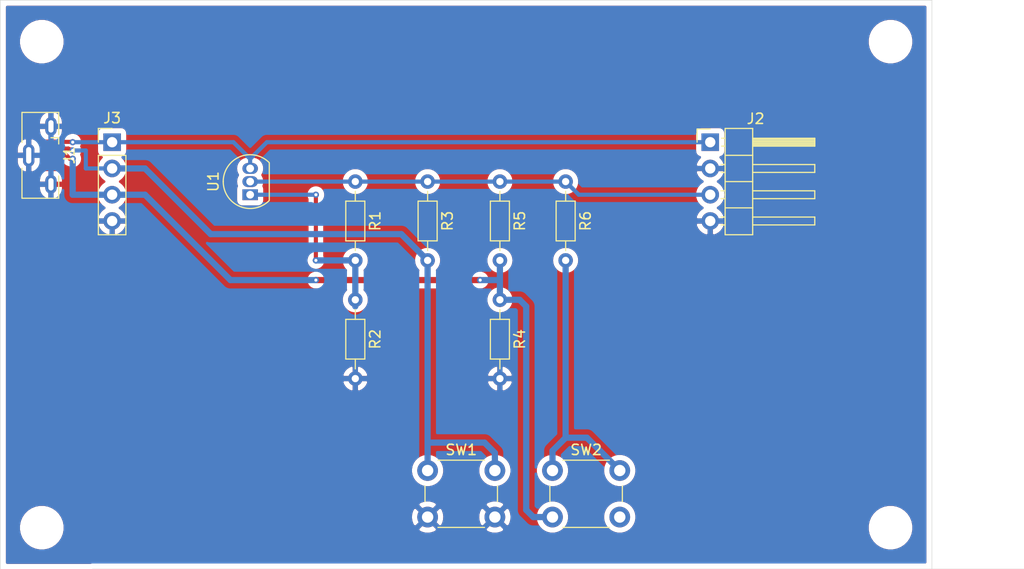
<source format=kicad_pcb>
(kicad_pcb (version 20171130) (host pcbnew "(5.1.2)-2")

  (general
    (thickness 1.6)
    (drawings 4)
    (tracks 66)
    (zones 0)
    (modules 16)
    (nets 8)
  )

  (page A4)
  (title_block
    (title "PCB Namecard - QC3.0 Adapter")
    (date 2019-08-18)
    (rev 1)
    (company "Taisuke Yamada")
  )

  (layers
    (0 F.Cu signal)
    (31 B.Cu signal)
    (32 B.Adhes user)
    (33 F.Adhes user)
    (34 B.Paste user)
    (35 F.Paste user)
    (36 B.SilkS user)
    (37 F.SilkS user)
    (38 B.Mask user)
    (39 F.Mask user)
    (40 Dwgs.User user)
    (41 Cmts.User user)
    (42 Eco1.User user)
    (43 Eco2.User user)
    (44 Edge.Cuts user)
    (45 Margin user)
    (46 B.CrtYd user)
    (47 F.CrtYd user)
    (48 B.Fab user)
    (49 F.Fab user)
  )

  (setup
    (last_trace_width 0.6)
    (user_trace_width 0.2)
    (user_trace_width 0.4)
    (user_trace_width 0.6)
    (user_trace_width 0.8)
    (user_trace_width 1)
    (user_trace_width 1.2)
    (user_trace_width 1.6)
    (user_trace_width 2)
    (trace_clearance 0.2)
    (zone_clearance 0.508)
    (zone_45_only no)
    (trace_min 0.1524)
    (via_size 0.6)
    (via_drill 0.3)
    (via_min_size 0.5)
    (via_min_drill 0.2)
    (user_via 0.9 0.5)
    (user_via 1.2 0.8)
    (user_via 1.4 0.9)
    (user_via 1.5 1)
    (uvia_size 0.3)
    (uvia_drill 0.1)
    (uvias_allowed no)
    (uvia_min_size 0.2)
    (uvia_min_drill 0.1)
    (edge_width 0.05)
    (segment_width 0.2)
    (pcb_text_width 0.3)
    (pcb_text_size 1.5 1.5)
    (mod_edge_width 0.12)
    (mod_text_size 1 1)
    (mod_text_width 0.15)
    (pad_size 1.524 1.524)
    (pad_drill 0.762)
    (pad_to_mask_clearance 0.051)
    (solder_mask_min_width 0.25)
    (aux_axis_origin 90.17 125.73)
    (grid_origin 90.17 125.73)
    (visible_elements FFFFFF7F)
    (pcbplotparams
      (layerselection 0x010fc_ffffffff)
      (usegerberextensions false)
      (usegerberattributes false)
      (usegerberadvancedattributes false)
      (creategerberjobfile false)
      (excludeedgelayer true)
      (linewidth 0.100000)
      (plotframeref false)
      (viasonmask false)
      (mode 1)
      (useauxorigin false)
      (hpglpennumber 1)
      (hpglpenspeed 20)
      (hpglpendiameter 15.000000)
      (psnegative false)
      (psa4output false)
      (plotreference true)
      (plotvalue true)
      (plotinvisibletext false)
      (padsonsilk false)
      (subtractmaskfromsilk false)
      (outputformat 1)
      (mirror false)
      (drillshape 1)
      (scaleselection 1)
      (outputdirectory ""))
  )

  (net 0 "")
  (net 1 "Net-(J1-Pad3)")
  (net 2 GND)
  (net 3 "Net-(J1-Pad2)")
  (net 4 "Net-(J1-Pad1)")
  (net 5 "Net-(J2-Pad3)")
  (net 6 "Net-(R6-Pad2)")
  (net 7 "Net-(R1-Pad2)")

  (net_class Default "これはデフォルトのネット クラスです。"
    (clearance 0.2)
    (trace_width 0.2)
    (via_dia 0.6)
    (via_drill 0.3)
    (uvia_dia 0.3)
    (uvia_drill 0.1)
    (add_net GND)
    (add_net "Net-(J1-Pad1)")
    (add_net "Net-(J1-Pad2)")
    (add_net "Net-(J1-Pad3)")
    (add_net "Net-(J2-Pad3)")
    (add_net "Net-(R1-Pad2)")
    (add_net "Net-(R6-Pad2)")
  )

  (module MountingHole:MountingHole_3.2mm_M3 locked (layer F.Cu) (tedit 56D1B4CB) (tstamp 5D595BE4)
    (at 176.17 121.73)
    (descr "Mounting Hole 3.2mm, no annular, M3")
    (tags "mounting hole 3.2mm no annular m3")
    (attr virtual)
    (fp_text reference MH3 (at 0 -4.2) (layer F.SilkS) hide
      (effects (font (size 1 1) (thickness 0.15)))
    )
    (fp_text value MountingHole_3.2mm_M3 (at 0 4.2) (layer F.Fab) hide
      (effects (font (size 1 1) (thickness 0.15)))
    )
    (fp_circle (center 0 0) (end 3.45 0) (layer F.CrtYd) (width 0.05))
    (fp_circle (center 0 0) (end 3.2 0) (layer Cmts.User) (width 0.15))
    (fp_text user %R (at 0.3 0) (layer F.Fab) hide
      (effects (font (size 1 1) (thickness 0.15)))
    )
    (pad 1 np_thru_hole circle (at 0 0) (size 3.2 3.2) (drill 3.2) (layers *.Cu *.Mask))
  )

  (module MountingHole:MountingHole_3.2mm_M3 locked (layer F.Cu) (tedit 56D1B4CB) (tstamp 5D595BAF)
    (at 176.17 74.73)
    (descr "Mounting Hole 3.2mm, no annular, M3")
    (tags "mounting hole 3.2mm no annular m3")
    (attr virtual)
    (fp_text reference MH2 (at 0 -4.2) (layer F.SilkS) hide
      (effects (font (size 1 1) (thickness 0.15)))
    )
    (fp_text value MountingHole_3.2mm_M3 (at 0 4.2) (layer F.Fab) hide
      (effects (font (size 1 1) (thickness 0.15)))
    )
    (fp_circle (center 0 0) (end 3.45 0) (layer F.CrtYd) (width 0.05))
    (fp_circle (center 0 0) (end 3.2 0) (layer Cmts.User) (width 0.15))
    (fp_text user %R (at 0.3 0) (layer F.Fab) hide
      (effects (font (size 1 1) (thickness 0.15)))
    )
    (pad 1 np_thru_hole circle (at 0 0) (size 3.2 3.2) (drill 3.2) (layers *.Cu *.Mask))
  )

  (module MountingHole:MountingHole_3.2mm_M3 locked (layer F.Cu) (tedit 56D1B4CB) (tstamp 5D595B79)
    (at 94.17 121.73)
    (descr "Mounting Hole 3.2mm, no annular, M3")
    (tags "mounting hole 3.2mm no annular m3")
    (attr virtual)
    (fp_text reference MH4 (at 0 -4.2) (layer F.SilkS) hide
      (effects (font (size 1 1) (thickness 0.15)))
    )
    (fp_text value MountingHole_3.2mm_M3 (at 0 4.2) (layer F.Fab) hide
      (effects (font (size 1 1) (thickness 0.15)))
    )
    (fp_circle (center 0 0) (end 3.45 0) (layer F.CrtYd) (width 0.05))
    (fp_circle (center 0 0) (end 3.2 0) (layer Cmts.User) (width 0.15))
    (fp_text user %R (at 0.3 0) (layer F.Fab) hide
      (effects (font (size 1 1) (thickness 0.15)))
    )
    (pad 1 np_thru_hole circle (at 0 0) (size 3.2 3.2) (drill 3.2) (layers *.Cu *.Mask))
  )

  (module MountingHole:MountingHole_3.2mm_M3 locked (layer F.Cu) (tedit 56D1B4CB) (tstamp 5D595B22)
    (at 94.17 74.73)
    (descr "Mounting Hole 3.2mm, no annular, M3")
    (tags "mounting hole 3.2mm no annular m3")
    (attr virtual)
    (fp_text reference MH1 (at 0 -4.2) (layer F.SilkS) hide
      (effects (font (size 1 1) (thickness 0.15)))
    )
    (fp_text value MountingHole_3.2mm_M3 (at 0 4.2) (layer F.Fab) hide
      (effects (font (size 1 1) (thickness 0.15)))
    )
    (fp_circle (center 0 0) (end 3.45 0) (layer F.CrtYd) (width 0.05))
    (fp_circle (center 0 0) (end 3.2 0) (layer Cmts.User) (width 0.15))
    (fp_text user %R (at 0.3 0) (layer F.Fab) hide
      (effects (font (size 1 1) (thickness 0.15)))
    )
    (pad 1 np_thru_hole circle (at 0 0) (size 3.2 3.2) (drill 3.2) (layers *.Cu *.Mask))
  )

  (module Connector_USB:USB_Micro-B_Molex-105133-0001 (layer F.Cu) (tedit 5A142044) (tstamp 5D595E93)
    (at 93.98 85.725 270)
    (descr "Molex Vertical Micro USB Typ-B (http://www.molex.com/pdm_docs/sd/1051330001_sd.pdf)")
    (tags "Micro-USB SMD Typ-B Vertical")
    (path /5D5924DE)
    (attr smd)
    (fp_text reference J1 (at 0 -2.85 90) (layer F.SilkS)
      (effects (font (size 1 1) (thickness 0.15)))
    )
    (fp_text value USB_IN (at -0.025 3 90) (layer F.Fab)
      (effects (font (size 1 1) (thickness 0.15)))
    )
    (fp_text user %R (at 0 -0.375 90) (layer F.Fab)
      (effects (font (size 1 1) (thickness 0.15)))
    )
    (fp_line (start -4 1.565) (end -4 -1.435) (layer F.Fab) (width 0.1))
    (fp_line (start 4 1.565) (end 4 -1.435) (layer F.Fab) (width 0.1))
    (fp_line (start -4 1.565) (end 4 1.565) (layer F.Fab) (width 0.1))
    (fp_line (start 4 -1.435) (end -4 -1.435) (layer F.Fab) (width 0.1))
    (fp_line (start -1.7 -1.075) (end -1.7 -1.825) (layer F.SilkS) (width 0.12))
    (fp_line (start -1.7 -1.825) (end -1.1 -1.825) (layer F.SilkS) (width 0.12))
    (fp_line (start -2 -1.825) (end -4.15 -1.825) (layer F.SilkS) (width 0.12))
    (fp_line (start 4.15 -1.825) (end 4.15 1.725) (layer F.SilkS) (width 0.12))
    (fp_line (start -4.15 1.725) (end -1.25 1.725) (layer F.SilkS) (width 0.12))
    (fp_line (start -4.15 -1.825) (end -4.15 1.725) (layer F.SilkS) (width 0.12))
    (fp_line (start 4.15 1.725) (end 1.25 1.725) (layer F.SilkS) (width 0.12))
    (fp_line (start 2 -1.825) (end 4.15 -1.825) (layer F.SilkS) (width 0.12))
    (fp_line (start -1.3 -1.675) (end -1.525 -1.85) (layer F.Fab) (width 0.1))
    (fp_line (start -1.525 -2.075) (end -1.075 -2.075) (layer F.Fab) (width 0.1))
    (fp_line (start -1.3 -1.675) (end -1.075 -1.85) (layer F.Fab) (width 0.1))
    (fp_line (start -1.525 -1.85) (end -1.525 -2.075) (layer F.Fab) (width 0.1))
    (fp_line (start -1.075 -2.075) (end -1.075 -1.85) (layer F.Fab) (width 0.1))
    (fp_line (start -4.5 2.13) (end -4.5 -2.13) (layer F.CrtYd) (width 0.05))
    (fp_line (start -4.5 -2.13) (end 4.5 -2.13) (layer F.CrtYd) (width 0.05))
    (fp_line (start -4.5 2.13) (end 4.5 2.13) (layer F.CrtYd) (width 0.05))
    (fp_line (start 4.5 2.13) (end 4.5 -2.13) (layer F.CrtYd) (width 0.05))
    (pad 3 smd rect (at 0 -0.825 270) (size 0.45 1.5) (layers F.Cu F.Paste F.Mask)
      (net 1 "Net-(J1-Pad3)"))
    (pad 4 smd rect (at 0.65 -0.825 270) (size 0.45 1.5) (layers F.Cu F.Paste F.Mask)
      (net 2 GND))
    (pad 2 smd rect (at -0.65 -0.825 270) (size 0.45 1.5) (layers F.Cu F.Paste F.Mask)
      (net 3 "Net-(J1-Pad2)"))
    (pad 5 smd rect (at 1.3 -0.825 270) (size 0.45 1.5) (layers F.Cu F.Paste F.Mask)
      (net 2 GND))
    (pad 1 smd rect (at -1.3 -0.825 270) (size 0.45 1.5) (layers F.Cu F.Paste F.Mask)
      (net 4 "Net-(J1-Pad1)"))
    (pad 6 thru_hole oval (at -2.8 -1.075 270) (size 1.8 1.1) (drill oval 1.2 0.5) (layers *.Cu *.Mask)
      (net 2 GND))
    (pad 6 thru_hole oval (at 2.8 -1.075 270) (size 1.8 1.1) (drill oval 1.2 0.5) (layers *.Cu *.Mask)
      (net 2 GND))
    (pad 6 thru_hole oval (at 0 1.075 270) (size 2.2 1.1) (drill oval 1.6 0.5) (layers *.Cu *.Mask)
      (net 2 GND))
    (model ${KISYS3DMOD}/Connector_USB.3dshapes/USB_Micro-B_Molex-105133-0001.wrl
      (at (xyz 0 0 0))
      (scale (xyz 1 1 1))
      (rotate (xyz 0 0 0))
    )
  )

  (module Connector_PinHeader_2.54mm:PinHeader_1x04_P2.54mm_Horizontal (layer F.Cu) (tedit 59FED5CB) (tstamp 5D596583)
    (at 158.75 84.455)
    (descr "Through hole angled pin header, 1x04, 2.54mm pitch, 6mm pin length, single row")
    (tags "Through hole angled pin header THT 1x04 2.54mm single row")
    (path /5D5B6173)
    (fp_text reference J2 (at 4.385 -2.27) (layer F.SilkS)
      (effects (font (size 1 1) (thickness 0.15)))
    )
    (fp_text value OUT (at 4.385 9.89) (layer F.Fab)
      (effects (font (size 1 1) (thickness 0.15)))
    )
    (fp_line (start 2.135 -1.27) (end 4.04 -1.27) (layer F.Fab) (width 0.1))
    (fp_line (start 4.04 -1.27) (end 4.04 8.89) (layer F.Fab) (width 0.1))
    (fp_line (start 4.04 8.89) (end 1.5 8.89) (layer F.Fab) (width 0.1))
    (fp_line (start 1.5 8.89) (end 1.5 -0.635) (layer F.Fab) (width 0.1))
    (fp_line (start 1.5 -0.635) (end 2.135 -1.27) (layer F.Fab) (width 0.1))
    (fp_line (start -0.32 -0.32) (end 1.5 -0.32) (layer F.Fab) (width 0.1))
    (fp_line (start -0.32 -0.32) (end -0.32 0.32) (layer F.Fab) (width 0.1))
    (fp_line (start -0.32 0.32) (end 1.5 0.32) (layer F.Fab) (width 0.1))
    (fp_line (start 4.04 -0.32) (end 10.04 -0.32) (layer F.Fab) (width 0.1))
    (fp_line (start 10.04 -0.32) (end 10.04 0.32) (layer F.Fab) (width 0.1))
    (fp_line (start 4.04 0.32) (end 10.04 0.32) (layer F.Fab) (width 0.1))
    (fp_line (start -0.32 2.22) (end 1.5 2.22) (layer F.Fab) (width 0.1))
    (fp_line (start -0.32 2.22) (end -0.32 2.86) (layer F.Fab) (width 0.1))
    (fp_line (start -0.32 2.86) (end 1.5 2.86) (layer F.Fab) (width 0.1))
    (fp_line (start 4.04 2.22) (end 10.04 2.22) (layer F.Fab) (width 0.1))
    (fp_line (start 10.04 2.22) (end 10.04 2.86) (layer F.Fab) (width 0.1))
    (fp_line (start 4.04 2.86) (end 10.04 2.86) (layer F.Fab) (width 0.1))
    (fp_line (start -0.32 4.76) (end 1.5 4.76) (layer F.Fab) (width 0.1))
    (fp_line (start -0.32 4.76) (end -0.32 5.4) (layer F.Fab) (width 0.1))
    (fp_line (start -0.32 5.4) (end 1.5 5.4) (layer F.Fab) (width 0.1))
    (fp_line (start 4.04 4.76) (end 10.04 4.76) (layer F.Fab) (width 0.1))
    (fp_line (start 10.04 4.76) (end 10.04 5.4) (layer F.Fab) (width 0.1))
    (fp_line (start 4.04 5.4) (end 10.04 5.4) (layer F.Fab) (width 0.1))
    (fp_line (start -0.32 7.3) (end 1.5 7.3) (layer F.Fab) (width 0.1))
    (fp_line (start -0.32 7.3) (end -0.32 7.94) (layer F.Fab) (width 0.1))
    (fp_line (start -0.32 7.94) (end 1.5 7.94) (layer F.Fab) (width 0.1))
    (fp_line (start 4.04 7.3) (end 10.04 7.3) (layer F.Fab) (width 0.1))
    (fp_line (start 10.04 7.3) (end 10.04 7.94) (layer F.Fab) (width 0.1))
    (fp_line (start 4.04 7.94) (end 10.04 7.94) (layer F.Fab) (width 0.1))
    (fp_line (start 1.44 -1.33) (end 1.44 8.95) (layer F.SilkS) (width 0.12))
    (fp_line (start 1.44 8.95) (end 4.1 8.95) (layer F.SilkS) (width 0.12))
    (fp_line (start 4.1 8.95) (end 4.1 -1.33) (layer F.SilkS) (width 0.12))
    (fp_line (start 4.1 -1.33) (end 1.44 -1.33) (layer F.SilkS) (width 0.12))
    (fp_line (start 4.1 -0.38) (end 10.1 -0.38) (layer F.SilkS) (width 0.12))
    (fp_line (start 10.1 -0.38) (end 10.1 0.38) (layer F.SilkS) (width 0.12))
    (fp_line (start 10.1 0.38) (end 4.1 0.38) (layer F.SilkS) (width 0.12))
    (fp_line (start 4.1 -0.32) (end 10.1 -0.32) (layer F.SilkS) (width 0.12))
    (fp_line (start 4.1 -0.2) (end 10.1 -0.2) (layer F.SilkS) (width 0.12))
    (fp_line (start 4.1 -0.08) (end 10.1 -0.08) (layer F.SilkS) (width 0.12))
    (fp_line (start 4.1 0.04) (end 10.1 0.04) (layer F.SilkS) (width 0.12))
    (fp_line (start 4.1 0.16) (end 10.1 0.16) (layer F.SilkS) (width 0.12))
    (fp_line (start 4.1 0.28) (end 10.1 0.28) (layer F.SilkS) (width 0.12))
    (fp_line (start 1.11 -0.38) (end 1.44 -0.38) (layer F.SilkS) (width 0.12))
    (fp_line (start 1.11 0.38) (end 1.44 0.38) (layer F.SilkS) (width 0.12))
    (fp_line (start 1.44 1.27) (end 4.1 1.27) (layer F.SilkS) (width 0.12))
    (fp_line (start 4.1 2.16) (end 10.1 2.16) (layer F.SilkS) (width 0.12))
    (fp_line (start 10.1 2.16) (end 10.1 2.92) (layer F.SilkS) (width 0.12))
    (fp_line (start 10.1 2.92) (end 4.1 2.92) (layer F.SilkS) (width 0.12))
    (fp_line (start 1.042929 2.16) (end 1.44 2.16) (layer F.SilkS) (width 0.12))
    (fp_line (start 1.042929 2.92) (end 1.44 2.92) (layer F.SilkS) (width 0.12))
    (fp_line (start 1.44 3.81) (end 4.1 3.81) (layer F.SilkS) (width 0.12))
    (fp_line (start 4.1 4.7) (end 10.1 4.7) (layer F.SilkS) (width 0.12))
    (fp_line (start 10.1 4.7) (end 10.1 5.46) (layer F.SilkS) (width 0.12))
    (fp_line (start 10.1 5.46) (end 4.1 5.46) (layer F.SilkS) (width 0.12))
    (fp_line (start 1.042929 4.7) (end 1.44 4.7) (layer F.SilkS) (width 0.12))
    (fp_line (start 1.042929 5.46) (end 1.44 5.46) (layer F.SilkS) (width 0.12))
    (fp_line (start 1.44 6.35) (end 4.1 6.35) (layer F.SilkS) (width 0.12))
    (fp_line (start 4.1 7.24) (end 10.1 7.24) (layer F.SilkS) (width 0.12))
    (fp_line (start 10.1 7.24) (end 10.1 8) (layer F.SilkS) (width 0.12))
    (fp_line (start 10.1 8) (end 4.1 8) (layer F.SilkS) (width 0.12))
    (fp_line (start 1.042929 7.24) (end 1.44 7.24) (layer F.SilkS) (width 0.12))
    (fp_line (start 1.042929 8) (end 1.44 8) (layer F.SilkS) (width 0.12))
    (fp_line (start -1.27 0) (end -1.27 -1.27) (layer F.SilkS) (width 0.12))
    (fp_line (start -1.27 -1.27) (end 0 -1.27) (layer F.SilkS) (width 0.12))
    (fp_line (start -1.8 -1.8) (end -1.8 9.4) (layer F.CrtYd) (width 0.05))
    (fp_line (start -1.8 9.4) (end 10.55 9.4) (layer F.CrtYd) (width 0.05))
    (fp_line (start 10.55 9.4) (end 10.55 -1.8) (layer F.CrtYd) (width 0.05))
    (fp_line (start 10.55 -1.8) (end -1.8 -1.8) (layer F.CrtYd) (width 0.05))
    (fp_text user %R (at 2.77 3.81 90) (layer F.Fab)
      (effects (font (size 1 1) (thickness 0.15)))
    )
    (pad 1 thru_hole rect (at 0 0) (size 1.7 1.7) (drill 1) (layers *.Cu *.Mask)
      (net 4 "Net-(J1-Pad1)"))
    (pad 2 thru_hole oval (at 0 2.54) (size 1.7 1.7) (drill 1) (layers *.Cu *.Mask)
      (net 2 GND))
    (pad 3 thru_hole oval (at 0 5.08) (size 1.7 1.7) (drill 1) (layers *.Cu *.Mask)
      (net 5 "Net-(J2-Pad3)"))
    (pad 4 thru_hole oval (at 0 7.62) (size 1.7 1.7) (drill 1) (layers *.Cu *.Mask)
      (net 2 GND))
    (model ${KISYS3DMOD}/Connector_PinHeader_2.54mm.3dshapes/PinHeader_1x04_P2.54mm_Horizontal.wrl
      (at (xyz 0 0 0))
      (scale (xyz 1 1 1))
      (rotate (xyz 0 0 0))
    )
  )

  (module Resistor_THT:R_Axial_DIN0204_L3.6mm_D1.6mm_P7.62mm_Horizontal (layer F.Cu) (tedit 5AE5139B) (tstamp 5D595EF7)
    (at 124.46 88.265 270)
    (descr "Resistor, Axial_DIN0204 series, Axial, Horizontal, pin pitch=7.62mm, 0.167W, length*diameter=3.6*1.6mm^2, http://cdn-reichelt.de/documents/datenblatt/B400/1_4W%23YAG.pdf")
    (tags "Resistor Axial_DIN0204 series Axial Horizontal pin pitch 7.62mm 0.167W length 3.6mm diameter 1.6mm")
    (path /5D58F57E)
    (fp_text reference R1 (at 3.81 -1.92 90) (layer F.SilkS)
      (effects (font (size 1 1) (thickness 0.15)))
    )
    (fp_text value 47K (at 3.81 1.92 90) (layer F.Fab)
      (effects (font (size 1 1) (thickness 0.15)))
    )
    (fp_line (start 2.01 -0.8) (end 2.01 0.8) (layer F.Fab) (width 0.1))
    (fp_line (start 2.01 0.8) (end 5.61 0.8) (layer F.Fab) (width 0.1))
    (fp_line (start 5.61 0.8) (end 5.61 -0.8) (layer F.Fab) (width 0.1))
    (fp_line (start 5.61 -0.8) (end 2.01 -0.8) (layer F.Fab) (width 0.1))
    (fp_line (start 0 0) (end 2.01 0) (layer F.Fab) (width 0.1))
    (fp_line (start 7.62 0) (end 5.61 0) (layer F.Fab) (width 0.1))
    (fp_line (start 1.89 -0.92) (end 1.89 0.92) (layer F.SilkS) (width 0.12))
    (fp_line (start 1.89 0.92) (end 5.73 0.92) (layer F.SilkS) (width 0.12))
    (fp_line (start 5.73 0.92) (end 5.73 -0.92) (layer F.SilkS) (width 0.12))
    (fp_line (start 5.73 -0.92) (end 1.89 -0.92) (layer F.SilkS) (width 0.12))
    (fp_line (start 0.94 0) (end 1.89 0) (layer F.SilkS) (width 0.12))
    (fp_line (start 6.68 0) (end 5.73 0) (layer F.SilkS) (width 0.12))
    (fp_line (start -0.95 -1.05) (end -0.95 1.05) (layer F.CrtYd) (width 0.05))
    (fp_line (start -0.95 1.05) (end 8.57 1.05) (layer F.CrtYd) (width 0.05))
    (fp_line (start 8.57 1.05) (end 8.57 -1.05) (layer F.CrtYd) (width 0.05))
    (fp_line (start 8.57 -1.05) (end -0.95 -1.05) (layer F.CrtYd) (width 0.05))
    (fp_text user %R (at 3.81 0 90) (layer F.Fab)
      (effects (font (size 0.72 0.72) (thickness 0.108)))
    )
    (pad 1 thru_hole circle (at 0 0 270) (size 1.4 1.4) (drill 0.7) (layers *.Cu *.Mask)
      (net 5 "Net-(J2-Pad3)"))
    (pad 2 thru_hole oval (at 7.62 0 270) (size 1.4 1.4) (drill 0.7) (layers *.Cu *.Mask)
      (net 7 "Net-(R1-Pad2)"))
    (model ${KISYS3DMOD}/Resistor_THT.3dshapes/R_Axial_DIN0204_L3.6mm_D1.6mm_P7.62mm_Horizontal.wrl
      (at (xyz 0 0 0))
      (scale (xyz 1 1 1))
      (rotate (xyz 0 0 0))
    )
  )

  (module Resistor_THT:R_Axial_DIN0204_L3.6mm_D1.6mm_P7.62mm_Horizontal (layer F.Cu) (tedit 5AE5139B) (tstamp 5D595F0E)
    (at 124.46 99.695 270)
    (descr "Resistor, Axial_DIN0204 series, Axial, Horizontal, pin pitch=7.62mm, 0.167W, length*diameter=3.6*1.6mm^2, http://cdn-reichelt.de/documents/datenblatt/B400/1_4W%23YAG.pdf")
    (tags "Resistor Axial_DIN0204 series Axial Horizontal pin pitch 7.62mm 0.167W length 3.6mm diameter 1.6mm")
    (path /5D5966D3)
    (fp_text reference R2 (at 3.81 -1.92 90) (layer F.SilkS)
      (effects (font (size 1 1) (thickness 0.15)))
    )
    (fp_text value 47K (at 3.81 1.92 90) (layer F.Fab)
      (effects (font (size 1 1) (thickness 0.15)))
    )
    (fp_line (start 2.01 -0.8) (end 2.01 0.8) (layer F.Fab) (width 0.1))
    (fp_line (start 2.01 0.8) (end 5.61 0.8) (layer F.Fab) (width 0.1))
    (fp_line (start 5.61 0.8) (end 5.61 -0.8) (layer F.Fab) (width 0.1))
    (fp_line (start 5.61 -0.8) (end 2.01 -0.8) (layer F.Fab) (width 0.1))
    (fp_line (start 0 0) (end 2.01 0) (layer F.Fab) (width 0.1))
    (fp_line (start 7.62 0) (end 5.61 0) (layer F.Fab) (width 0.1))
    (fp_line (start 1.89 -0.92) (end 1.89 0.92) (layer F.SilkS) (width 0.12))
    (fp_line (start 1.89 0.92) (end 5.73 0.92) (layer F.SilkS) (width 0.12))
    (fp_line (start 5.73 0.92) (end 5.73 -0.92) (layer F.SilkS) (width 0.12))
    (fp_line (start 5.73 -0.92) (end 1.89 -0.92) (layer F.SilkS) (width 0.12))
    (fp_line (start 0.94 0) (end 1.89 0) (layer F.SilkS) (width 0.12))
    (fp_line (start 6.68 0) (end 5.73 0) (layer F.SilkS) (width 0.12))
    (fp_line (start -0.95 -1.05) (end -0.95 1.05) (layer F.CrtYd) (width 0.05))
    (fp_line (start -0.95 1.05) (end 8.57 1.05) (layer F.CrtYd) (width 0.05))
    (fp_line (start 8.57 1.05) (end 8.57 -1.05) (layer F.CrtYd) (width 0.05))
    (fp_line (start 8.57 -1.05) (end -0.95 -1.05) (layer F.CrtYd) (width 0.05))
    (fp_text user %R (at 3.81 0 90) (layer F.Fab)
      (effects (font (size 0.72 0.72) (thickness 0.108)))
    )
    (pad 1 thru_hole circle (at 0 0 270) (size 1.4 1.4) (drill 0.7) (layers *.Cu *.Mask)
      (net 7 "Net-(R1-Pad2)"))
    (pad 2 thru_hole oval (at 7.62 0 270) (size 1.4 1.4) (drill 0.7) (layers *.Cu *.Mask)
      (net 2 GND))
    (model ${KISYS3DMOD}/Resistor_THT.3dshapes/R_Axial_DIN0204_L3.6mm_D1.6mm_P7.62mm_Horizontal.wrl
      (at (xyz 0 0 0))
      (scale (xyz 1 1 1))
      (rotate (xyz 0 0 0))
    )
  )

  (module Resistor_THT:R_Axial_DIN0204_L3.6mm_D1.6mm_P7.62mm_Horizontal (layer F.Cu) (tedit 5AE5139B) (tstamp 5D596AA2)
    (at 131.445 88.265 270)
    (descr "Resistor, Axial_DIN0204 series, Axial, Horizontal, pin pitch=7.62mm, 0.167W, length*diameter=3.6*1.6mm^2, http://cdn-reichelt.de/documents/datenblatt/B400/1_4W%23YAG.pdf")
    (tags "Resistor Axial_DIN0204 series Axial Horizontal pin pitch 7.62mm 0.167W length 3.6mm diameter 1.6mm")
    (path /5D58F8FB)
    (fp_text reference R3 (at 3.81 -1.92 90) (layer F.SilkS)
      (effects (font (size 1 1) (thickness 0.15)))
    )
    (fp_text value 47K (at 3.81 1.92 90) (layer F.Fab)
      (effects (font (size 1 1) (thickness 0.15)))
    )
    (fp_line (start 2.01 -0.8) (end 2.01 0.8) (layer F.Fab) (width 0.1))
    (fp_line (start 2.01 0.8) (end 5.61 0.8) (layer F.Fab) (width 0.1))
    (fp_line (start 5.61 0.8) (end 5.61 -0.8) (layer F.Fab) (width 0.1))
    (fp_line (start 5.61 -0.8) (end 2.01 -0.8) (layer F.Fab) (width 0.1))
    (fp_line (start 0 0) (end 2.01 0) (layer F.Fab) (width 0.1))
    (fp_line (start 7.62 0) (end 5.61 0) (layer F.Fab) (width 0.1))
    (fp_line (start 1.89 -0.92) (end 1.89 0.92) (layer F.SilkS) (width 0.12))
    (fp_line (start 1.89 0.92) (end 5.73 0.92) (layer F.SilkS) (width 0.12))
    (fp_line (start 5.73 0.92) (end 5.73 -0.92) (layer F.SilkS) (width 0.12))
    (fp_line (start 5.73 -0.92) (end 1.89 -0.92) (layer F.SilkS) (width 0.12))
    (fp_line (start 0.94 0) (end 1.89 0) (layer F.SilkS) (width 0.12))
    (fp_line (start 6.68 0) (end 5.73 0) (layer F.SilkS) (width 0.12))
    (fp_line (start -0.95 -1.05) (end -0.95 1.05) (layer F.CrtYd) (width 0.05))
    (fp_line (start -0.95 1.05) (end 8.57 1.05) (layer F.CrtYd) (width 0.05))
    (fp_line (start 8.57 1.05) (end 8.57 -1.05) (layer F.CrtYd) (width 0.05))
    (fp_line (start 8.57 -1.05) (end -0.95 -1.05) (layer F.CrtYd) (width 0.05))
    (fp_text user %R (at 3.81 0 90) (layer F.Fab)
      (effects (font (size 0.72 0.72) (thickness 0.108)))
    )
    (pad 1 thru_hole circle (at 0 0 270) (size 1.4 1.4) (drill 0.7) (layers *.Cu *.Mask)
      (net 5 "Net-(J2-Pad3)"))
    (pad 2 thru_hole oval (at 7.62 0 270) (size 1.4 1.4) (drill 0.7) (layers *.Cu *.Mask)
      (net 3 "Net-(J1-Pad2)"))
    (model ${KISYS3DMOD}/Resistor_THT.3dshapes/R_Axial_DIN0204_L3.6mm_D1.6mm_P7.62mm_Horizontal.wrl
      (at (xyz 0 0 0))
      (scale (xyz 1 1 1))
      (rotate (xyz 0 0 0))
    )
  )

  (module Resistor_THT:R_Axial_DIN0204_L3.6mm_D1.6mm_P7.62mm_Horizontal (layer F.Cu) (tedit 5AE5139B) (tstamp 5D595F3C)
    (at 138.43 99.695 270)
    (descr "Resistor, Axial_DIN0204 series, Axial, Horizontal, pin pitch=7.62mm, 0.167W, length*diameter=3.6*1.6mm^2, http://cdn-reichelt.de/documents/datenblatt/B400/1_4W%23YAG.pdf")
    (tags "Resistor Axial_DIN0204 series Axial Horizontal pin pitch 7.62mm 0.167W length 3.6mm diameter 1.6mm")
    (path /5D5A1074)
    (fp_text reference R4 (at 3.81 -1.92 90) (layer F.SilkS)
      (effects (font (size 1 1) (thickness 0.15)))
    )
    (fp_text value 10K (at 3.81 1.92 90) (layer F.Fab)
      (effects (font (size 1 1) (thickness 0.15)))
    )
    (fp_text user %R (at 3.81 0 90) (layer F.Fab)
      (effects (font (size 0.72 0.72) (thickness 0.108)))
    )
    (fp_line (start 8.57 -1.05) (end -0.95 -1.05) (layer F.CrtYd) (width 0.05))
    (fp_line (start 8.57 1.05) (end 8.57 -1.05) (layer F.CrtYd) (width 0.05))
    (fp_line (start -0.95 1.05) (end 8.57 1.05) (layer F.CrtYd) (width 0.05))
    (fp_line (start -0.95 -1.05) (end -0.95 1.05) (layer F.CrtYd) (width 0.05))
    (fp_line (start 6.68 0) (end 5.73 0) (layer F.SilkS) (width 0.12))
    (fp_line (start 0.94 0) (end 1.89 0) (layer F.SilkS) (width 0.12))
    (fp_line (start 5.73 -0.92) (end 1.89 -0.92) (layer F.SilkS) (width 0.12))
    (fp_line (start 5.73 0.92) (end 5.73 -0.92) (layer F.SilkS) (width 0.12))
    (fp_line (start 1.89 0.92) (end 5.73 0.92) (layer F.SilkS) (width 0.12))
    (fp_line (start 1.89 -0.92) (end 1.89 0.92) (layer F.SilkS) (width 0.12))
    (fp_line (start 7.62 0) (end 5.61 0) (layer F.Fab) (width 0.1))
    (fp_line (start 0 0) (end 2.01 0) (layer F.Fab) (width 0.1))
    (fp_line (start 5.61 -0.8) (end 2.01 -0.8) (layer F.Fab) (width 0.1))
    (fp_line (start 5.61 0.8) (end 5.61 -0.8) (layer F.Fab) (width 0.1))
    (fp_line (start 2.01 0.8) (end 5.61 0.8) (layer F.Fab) (width 0.1))
    (fp_line (start 2.01 -0.8) (end 2.01 0.8) (layer F.Fab) (width 0.1))
    (pad 2 thru_hole oval (at 7.62 0 270) (size 1.4 1.4) (drill 0.7) (layers *.Cu *.Mask)
      (net 2 GND))
    (pad 1 thru_hole circle (at 0 0 270) (size 1.4 1.4) (drill 0.7) (layers *.Cu *.Mask)
      (net 1 "Net-(J1-Pad3)"))
    (model ${KISYS3DMOD}/Resistor_THT.3dshapes/R_Axial_DIN0204_L3.6mm_D1.6mm_P7.62mm_Horizontal.wrl
      (at (xyz 0 0 0))
      (scale (xyz 1 1 1))
      (rotate (xyz 0 0 0))
    )
  )

  (module Resistor_THT:R_Axial_DIN0204_L3.6mm_D1.6mm_P7.62mm_Horizontal (layer F.Cu) (tedit 5AE5139B) (tstamp 5D5967A8)
    (at 138.43 88.265 270)
    (descr "Resistor, Axial_DIN0204 series, Axial, Horizontal, pin pitch=7.62mm, 0.167W, length*diameter=3.6*1.6mm^2, http://cdn-reichelt.de/documents/datenblatt/B400/1_4W%23YAG.pdf")
    (tags "Resistor Axial_DIN0204 series Axial Horizontal pin pitch 7.62mm 0.167W length 3.6mm diameter 1.6mm")
    (path /5D58F78E)
    (fp_text reference R5 (at 3.81 -1.92 90) (layer F.SilkS)
      (effects (font (size 1 1) (thickness 0.15)))
    )
    (fp_text value 47K (at 3.81 1.92 90) (layer F.Fab)
      (effects (font (size 1 1) (thickness 0.15)))
    )
    (fp_text user %R (at 3.81 0 90) (layer F.Fab)
      (effects (font (size 0.72 0.72) (thickness 0.108)))
    )
    (fp_line (start 8.57 -1.05) (end -0.95 -1.05) (layer F.CrtYd) (width 0.05))
    (fp_line (start 8.57 1.05) (end 8.57 -1.05) (layer F.CrtYd) (width 0.05))
    (fp_line (start -0.95 1.05) (end 8.57 1.05) (layer F.CrtYd) (width 0.05))
    (fp_line (start -0.95 -1.05) (end -0.95 1.05) (layer F.CrtYd) (width 0.05))
    (fp_line (start 6.68 0) (end 5.73 0) (layer F.SilkS) (width 0.12))
    (fp_line (start 0.94 0) (end 1.89 0) (layer F.SilkS) (width 0.12))
    (fp_line (start 5.73 -0.92) (end 1.89 -0.92) (layer F.SilkS) (width 0.12))
    (fp_line (start 5.73 0.92) (end 5.73 -0.92) (layer F.SilkS) (width 0.12))
    (fp_line (start 1.89 0.92) (end 5.73 0.92) (layer F.SilkS) (width 0.12))
    (fp_line (start 1.89 -0.92) (end 1.89 0.92) (layer F.SilkS) (width 0.12))
    (fp_line (start 7.62 0) (end 5.61 0) (layer F.Fab) (width 0.1))
    (fp_line (start 0 0) (end 2.01 0) (layer F.Fab) (width 0.1))
    (fp_line (start 5.61 -0.8) (end 2.01 -0.8) (layer F.Fab) (width 0.1))
    (fp_line (start 5.61 0.8) (end 5.61 -0.8) (layer F.Fab) (width 0.1))
    (fp_line (start 2.01 0.8) (end 5.61 0.8) (layer F.Fab) (width 0.1))
    (fp_line (start 2.01 -0.8) (end 2.01 0.8) (layer F.Fab) (width 0.1))
    (pad 2 thru_hole oval (at 7.62 0 270) (size 1.4 1.4) (drill 0.7) (layers *.Cu *.Mask)
      (net 1 "Net-(J1-Pad3)"))
    (pad 1 thru_hole circle (at 0 0 270) (size 1.4 1.4) (drill 0.7) (layers *.Cu *.Mask)
      (net 5 "Net-(J2-Pad3)"))
    (model ${KISYS3DMOD}/Resistor_THT.3dshapes/R_Axial_DIN0204_L3.6mm_D1.6mm_P7.62mm_Horizontal.wrl
      (at (xyz 0 0 0))
      (scale (xyz 1 1 1))
      (rotate (xyz 0 0 0))
    )
  )

  (module Resistor_THT:R_Axial_DIN0204_L3.6mm_D1.6mm_P7.62mm_Horizontal (layer F.Cu) (tedit 5AE5139B) (tstamp 5D59685B)
    (at 144.78 88.265 270)
    (descr "Resistor, Axial_DIN0204 series, Axial, Horizontal, pin pitch=7.62mm, 0.167W, length*diameter=3.6*1.6mm^2, http://cdn-reichelt.de/documents/datenblatt/B400/1_4W%23YAG.pdf")
    (tags "Resistor Axial_DIN0204 series Axial Horizontal pin pitch 7.62mm 0.167W length 3.6mm diameter 1.6mm")
    (path /5D58FB00)
    (fp_text reference R6 (at 3.81 -1.92 90) (layer F.SilkS)
      (effects (font (size 1 1) (thickness 0.15)))
    )
    (fp_text value 1K (at 3.81 1.92 90) (layer F.Fab)
      (effects (font (size 1 1) (thickness 0.15)))
    )
    (fp_text user %R (at 3.81 0 90) (layer F.Fab)
      (effects (font (size 0.72 0.72) (thickness 0.108)))
    )
    (fp_line (start 8.57 -1.05) (end -0.95 -1.05) (layer F.CrtYd) (width 0.05))
    (fp_line (start 8.57 1.05) (end 8.57 -1.05) (layer F.CrtYd) (width 0.05))
    (fp_line (start -0.95 1.05) (end 8.57 1.05) (layer F.CrtYd) (width 0.05))
    (fp_line (start -0.95 -1.05) (end -0.95 1.05) (layer F.CrtYd) (width 0.05))
    (fp_line (start 6.68 0) (end 5.73 0) (layer F.SilkS) (width 0.12))
    (fp_line (start 0.94 0) (end 1.89 0) (layer F.SilkS) (width 0.12))
    (fp_line (start 5.73 -0.92) (end 1.89 -0.92) (layer F.SilkS) (width 0.12))
    (fp_line (start 5.73 0.92) (end 5.73 -0.92) (layer F.SilkS) (width 0.12))
    (fp_line (start 1.89 0.92) (end 5.73 0.92) (layer F.SilkS) (width 0.12))
    (fp_line (start 1.89 -0.92) (end 1.89 0.92) (layer F.SilkS) (width 0.12))
    (fp_line (start 7.62 0) (end 5.61 0) (layer F.Fab) (width 0.1))
    (fp_line (start 0 0) (end 2.01 0) (layer F.Fab) (width 0.1))
    (fp_line (start 5.61 -0.8) (end 2.01 -0.8) (layer F.Fab) (width 0.1))
    (fp_line (start 5.61 0.8) (end 5.61 -0.8) (layer F.Fab) (width 0.1))
    (fp_line (start 2.01 0.8) (end 5.61 0.8) (layer F.Fab) (width 0.1))
    (fp_line (start 2.01 -0.8) (end 2.01 0.8) (layer F.Fab) (width 0.1))
    (pad 2 thru_hole oval (at 7.62 0 270) (size 1.4 1.4) (drill 0.7) (layers *.Cu *.Mask)
      (net 6 "Net-(R6-Pad2)"))
    (pad 1 thru_hole circle (at 0 0 270) (size 1.4 1.4) (drill 0.7) (layers *.Cu *.Mask)
      (net 5 "Net-(J2-Pad3)"))
    (model ${KISYS3DMOD}/Resistor_THT.3dshapes/R_Axial_DIN0204_L3.6mm_D1.6mm_P7.62mm_Horizontal.wrl
      (at (xyz 0 0 0))
      (scale (xyz 1 1 1))
      (rotate (xyz 0 0 0))
    )
  )

  (module Package_TO_SOT_THT:TO-92_Inline (layer F.Cu) (tedit 5A1DD157) (tstamp 5D597AEC)
    (at 114.3 89.535 90)
    (descr "TO-92 leads in-line, narrow, oval pads, drill 0.75mm (see NXP sot054_po.pdf)")
    (tags "to-92 sc-43 sc-43a sot54 PA33 transistor")
    (path /5D58F2AA)
    (fp_text reference U1 (at 1.27 -3.56 90) (layer F.SilkS)
      (effects (font (size 1 1) (thickness 0.15)))
    )
    (fp_text value LM317L (at 1.27 2.79 90) (layer F.Fab)
      (effects (font (size 1 1) (thickness 0.15)))
    )
    (fp_text user %R (at 1.27 -3.56 90) (layer F.Fab)
      (effects (font (size 1 1) (thickness 0.15)))
    )
    (fp_line (start -0.53 1.85) (end 3.07 1.85) (layer F.SilkS) (width 0.12))
    (fp_line (start -0.5 1.75) (end 3 1.75) (layer F.Fab) (width 0.1))
    (fp_line (start -1.46 -2.73) (end 4 -2.73) (layer F.CrtYd) (width 0.05))
    (fp_line (start -1.46 -2.73) (end -1.46 2.01) (layer F.CrtYd) (width 0.05))
    (fp_line (start 4 2.01) (end 4 -2.73) (layer F.CrtYd) (width 0.05))
    (fp_line (start 4 2.01) (end -1.46 2.01) (layer F.CrtYd) (width 0.05))
    (fp_arc (start 1.27 0) (end 1.27 -2.48) (angle 135) (layer F.Fab) (width 0.1))
    (fp_arc (start 1.27 0) (end 1.27 -2.6) (angle -135) (layer F.SilkS) (width 0.12))
    (fp_arc (start 1.27 0) (end 1.27 -2.48) (angle -135) (layer F.Fab) (width 0.1))
    (fp_arc (start 1.27 0) (end 1.27 -2.6) (angle 135) (layer F.SilkS) (width 0.12))
    (pad 2 thru_hole oval (at 1.27 0 90) (size 1.05 1.5) (drill 0.75) (layers *.Cu *.Mask)
      (net 5 "Net-(J2-Pad3)"))
    (pad 3 thru_hole oval (at 2.54 0 90) (size 1.05 1.5) (drill 0.75) (layers *.Cu *.Mask)
      (net 4 "Net-(J1-Pad1)"))
    (pad 1 thru_hole rect (at 0 0 90) (size 1.05 1.5) (drill 0.75) (layers *.Cu *.Mask)
      (net 7 "Net-(R1-Pad2)"))
    (model ${KISYS3DMOD}/Package_TO_SOT_THT.3dshapes/TO-92_Inline.wrl
      (at (xyz 0 0 0))
      (scale (xyz 1 1 1))
      (rotate (xyz 0 0 0))
    )
  )

  (module Connector_PinHeader_2.54mm:PinHeader_1x04_P2.54mm_Vertical (layer F.Cu) (tedit 59FED5CC) (tstamp 5D5978B9)
    (at 100.965 84.455)
    (descr "Through hole straight pin header, 1x04, 2.54mm pitch, single row")
    (tags "Through hole pin header THT 1x04 2.54mm single row")
    (path /5D5F871A)
    (fp_text reference J3 (at 0 -2.33) (layer F.SilkS)
      (effects (font (size 1 1) (thickness 0.15)))
    )
    (fp_text value USB_AUX (at 0 9.95) (layer F.Fab)
      (effects (font (size 1 1) (thickness 0.15)))
    )
    (fp_line (start -0.635 -1.27) (end 1.27 -1.27) (layer F.Fab) (width 0.1))
    (fp_line (start 1.27 -1.27) (end 1.27 8.89) (layer F.Fab) (width 0.1))
    (fp_line (start 1.27 8.89) (end -1.27 8.89) (layer F.Fab) (width 0.1))
    (fp_line (start -1.27 8.89) (end -1.27 -0.635) (layer F.Fab) (width 0.1))
    (fp_line (start -1.27 -0.635) (end -0.635 -1.27) (layer F.Fab) (width 0.1))
    (fp_line (start -1.33 8.95) (end 1.33 8.95) (layer F.SilkS) (width 0.12))
    (fp_line (start -1.33 1.27) (end -1.33 8.95) (layer F.SilkS) (width 0.12))
    (fp_line (start 1.33 1.27) (end 1.33 8.95) (layer F.SilkS) (width 0.12))
    (fp_line (start -1.33 1.27) (end 1.33 1.27) (layer F.SilkS) (width 0.12))
    (fp_line (start -1.33 0) (end -1.33 -1.33) (layer F.SilkS) (width 0.12))
    (fp_line (start -1.33 -1.33) (end 0 -1.33) (layer F.SilkS) (width 0.12))
    (fp_line (start -1.8 -1.8) (end -1.8 9.4) (layer F.CrtYd) (width 0.05))
    (fp_line (start -1.8 9.4) (end 1.8 9.4) (layer F.CrtYd) (width 0.05))
    (fp_line (start 1.8 9.4) (end 1.8 -1.8) (layer F.CrtYd) (width 0.05))
    (fp_line (start 1.8 -1.8) (end -1.8 -1.8) (layer F.CrtYd) (width 0.05))
    (fp_text user %R (at 0 3.81 90) (layer F.Fab)
      (effects (font (size 1 1) (thickness 0.15)))
    )
    (pad 1 thru_hole rect (at 0 0) (size 1.7 1.7) (drill 1) (layers *.Cu *.Mask)
      (net 4 "Net-(J1-Pad1)"))
    (pad 2 thru_hole oval (at 0 2.54) (size 1.7 1.7) (drill 1) (layers *.Cu *.Mask)
      (net 3 "Net-(J1-Pad2)"))
    (pad 3 thru_hole oval (at 0 5.08) (size 1.7 1.7) (drill 1) (layers *.Cu *.Mask)
      (net 1 "Net-(J1-Pad3)"))
    (pad 4 thru_hole oval (at 0 7.62) (size 1.7 1.7) (drill 1) (layers *.Cu *.Mask)
      (net 2 GND))
    (model ${KISYS3DMOD}/Connector_PinHeader_2.54mm.3dshapes/PinHeader_1x04_P2.54mm_Vertical.wrl
      (at (xyz 0 0 0))
      (scale (xyz 1 1 1))
      (rotate (xyz 0 0 0))
    )
  )

  (module Button_Switch_THT:SW_PUSH_6mm (layer F.Cu) (tedit 5A02FE31) (tstamp 5D59F13D)
    (at 131.445 116.205)
    (descr https://www.omron.com/ecb/products/pdf/en-b3f.pdf)
    (tags "tact sw push 6mm")
    (path /5D59073E)
    (fp_text reference SW1 (at 3.25 -2) (layer F.SilkS)
      (effects (font (size 1 1) (thickness 0.15)))
    )
    (fp_text value DOWN (at 3.75 6.7) (layer F.Fab)
      (effects (font (size 1 1) (thickness 0.15)))
    )
    (fp_circle (center 3.25 2.25) (end 1.25 2.5) (layer F.Fab) (width 0.1))
    (fp_line (start 6.75 3) (end 6.75 1.5) (layer F.SilkS) (width 0.12))
    (fp_line (start 5.5 -1) (end 1 -1) (layer F.SilkS) (width 0.12))
    (fp_line (start -0.25 1.5) (end -0.25 3) (layer F.SilkS) (width 0.12))
    (fp_line (start 1 5.5) (end 5.5 5.5) (layer F.SilkS) (width 0.12))
    (fp_line (start 8 -1.25) (end 8 5.75) (layer F.CrtYd) (width 0.05))
    (fp_line (start 7.75 6) (end -1.25 6) (layer F.CrtYd) (width 0.05))
    (fp_line (start -1.5 5.75) (end -1.5 -1.25) (layer F.CrtYd) (width 0.05))
    (fp_line (start -1.25 -1.5) (end 7.75 -1.5) (layer F.CrtYd) (width 0.05))
    (fp_line (start -1.5 6) (end -1.25 6) (layer F.CrtYd) (width 0.05))
    (fp_line (start -1.5 5.75) (end -1.5 6) (layer F.CrtYd) (width 0.05))
    (fp_line (start -1.5 -1.5) (end -1.25 -1.5) (layer F.CrtYd) (width 0.05))
    (fp_line (start -1.5 -1.25) (end -1.5 -1.5) (layer F.CrtYd) (width 0.05))
    (fp_line (start 8 -1.5) (end 8 -1.25) (layer F.CrtYd) (width 0.05))
    (fp_line (start 7.75 -1.5) (end 8 -1.5) (layer F.CrtYd) (width 0.05))
    (fp_line (start 8 6) (end 8 5.75) (layer F.CrtYd) (width 0.05))
    (fp_line (start 7.75 6) (end 8 6) (layer F.CrtYd) (width 0.05))
    (fp_line (start 0.25 -0.75) (end 3.25 -0.75) (layer F.Fab) (width 0.1))
    (fp_line (start 0.25 5.25) (end 0.25 -0.75) (layer F.Fab) (width 0.1))
    (fp_line (start 6.25 5.25) (end 0.25 5.25) (layer F.Fab) (width 0.1))
    (fp_line (start 6.25 -0.75) (end 6.25 5.25) (layer F.Fab) (width 0.1))
    (fp_line (start 3.25 -0.75) (end 6.25 -0.75) (layer F.Fab) (width 0.1))
    (fp_text user %R (at 3.25 2.25) (layer F.Fab)
      (effects (font (size 1 1) (thickness 0.15)))
    )
    (pad 1 thru_hole circle (at 6.5 0 90) (size 2 2) (drill 1.1) (layers *.Cu *.Mask)
      (net 3 "Net-(J1-Pad2)"))
    (pad 2 thru_hole circle (at 6.5 4.5 90) (size 2 2) (drill 1.1) (layers *.Cu *.Mask)
      (net 2 GND))
    (pad 1 thru_hole circle (at 0 0 90) (size 2 2) (drill 1.1) (layers *.Cu *.Mask)
      (net 3 "Net-(J1-Pad2)"))
    (pad 2 thru_hole circle (at 0 4.5 90) (size 2 2) (drill 1.1) (layers *.Cu *.Mask)
      (net 2 GND))
    (model ${KISYS3DMOD}/Button_Switch_THT.3dshapes/SW_PUSH_6mm.wrl
      (at (xyz 0 0 0))
      (scale (xyz 1 1 1))
      (rotate (xyz 0 0 0))
    )
  )

  (module Button_Switch_THT:SW_PUSH_6mm (layer F.Cu) (tedit 5A02FE31) (tstamp 5D59F1B6)
    (at 143.51 116.205)
    (descr https://www.omron.com/ecb/products/pdf/en-b3f.pdf)
    (tags "tact sw push 6mm")
    (path /5D5906BB)
    (fp_text reference SW2 (at 3.25 -2) (layer F.SilkS)
      (effects (font (size 1 1) (thickness 0.15)))
    )
    (fp_text value UP (at 3.75 6.7) (layer F.Fab)
      (effects (font (size 1 1) (thickness 0.15)))
    )
    (fp_text user %R (at 3.25 2.25) (layer F.Fab)
      (effects (font (size 1 1) (thickness 0.15)))
    )
    (fp_line (start 3.25 -0.75) (end 6.25 -0.75) (layer F.Fab) (width 0.1))
    (fp_line (start 6.25 -0.75) (end 6.25 5.25) (layer F.Fab) (width 0.1))
    (fp_line (start 6.25 5.25) (end 0.25 5.25) (layer F.Fab) (width 0.1))
    (fp_line (start 0.25 5.25) (end 0.25 -0.75) (layer F.Fab) (width 0.1))
    (fp_line (start 0.25 -0.75) (end 3.25 -0.75) (layer F.Fab) (width 0.1))
    (fp_line (start 7.75 6) (end 8 6) (layer F.CrtYd) (width 0.05))
    (fp_line (start 8 6) (end 8 5.75) (layer F.CrtYd) (width 0.05))
    (fp_line (start 7.75 -1.5) (end 8 -1.5) (layer F.CrtYd) (width 0.05))
    (fp_line (start 8 -1.5) (end 8 -1.25) (layer F.CrtYd) (width 0.05))
    (fp_line (start -1.5 -1.25) (end -1.5 -1.5) (layer F.CrtYd) (width 0.05))
    (fp_line (start -1.5 -1.5) (end -1.25 -1.5) (layer F.CrtYd) (width 0.05))
    (fp_line (start -1.5 5.75) (end -1.5 6) (layer F.CrtYd) (width 0.05))
    (fp_line (start -1.5 6) (end -1.25 6) (layer F.CrtYd) (width 0.05))
    (fp_line (start -1.25 -1.5) (end 7.75 -1.5) (layer F.CrtYd) (width 0.05))
    (fp_line (start -1.5 5.75) (end -1.5 -1.25) (layer F.CrtYd) (width 0.05))
    (fp_line (start 7.75 6) (end -1.25 6) (layer F.CrtYd) (width 0.05))
    (fp_line (start 8 -1.25) (end 8 5.75) (layer F.CrtYd) (width 0.05))
    (fp_line (start 1 5.5) (end 5.5 5.5) (layer F.SilkS) (width 0.12))
    (fp_line (start -0.25 1.5) (end -0.25 3) (layer F.SilkS) (width 0.12))
    (fp_line (start 5.5 -1) (end 1 -1) (layer F.SilkS) (width 0.12))
    (fp_line (start 6.75 3) (end 6.75 1.5) (layer F.SilkS) (width 0.12))
    (fp_circle (center 3.25 2.25) (end 1.25 2.5) (layer F.Fab) (width 0.1))
    (pad 2 thru_hole circle (at 0 4.5 90) (size 2 2) (drill 1.1) (layers *.Cu *.Mask)
      (net 1 "Net-(J1-Pad3)"))
    (pad 1 thru_hole circle (at 0 0 90) (size 2 2) (drill 1.1) (layers *.Cu *.Mask)
      (net 6 "Net-(R6-Pad2)"))
    (pad 2 thru_hole circle (at 6.5 4.5 90) (size 2 2) (drill 1.1) (layers *.Cu *.Mask)
      (net 1 "Net-(J1-Pad3)"))
    (pad 1 thru_hole circle (at 6.5 0 90) (size 2 2) (drill 1.1) (layers *.Cu *.Mask)
      (net 6 "Net-(R6-Pad2)"))
    (model ${KISYS3DMOD}/Button_Switch_THT.3dshapes/SW_PUSH_6mm.wrl
      (at (xyz 0 0 0))
      (scale (xyz 1 1 1))
      (rotate (xyz 0 0 0))
    )
  )

  (gr_line (start 189.06 125.73) (end 99.06 125.73) (layer Edge.Cuts) (width 0.05) (tstamp 5D5959FA))
  (gr_line (start 180.17 70.73) (end 180.17 125.73) (layer Edge.Cuts) (width 0.05))
  (gr_line (start 90.17 70.73) (end 180.17 70.73) (layer Edge.Cuts) (width 0.05))
  (gr_line (start 90.17 125.73) (end 90.17 70.73) (layer Edge.Cuts) (width 0.05))

  (via (at 97.155 86.055026) (size 0.6) (drill 0.3) (layers F.Cu B.Cu) (net 1))
  (segment (start 96.55 85.725) (end 96.880026 86.055026) (width 0.4) (layer F.Cu) (net 1))
  (segment (start 96.880026 86.055026) (end 97.155 86.055026) (width 0.4) (layer F.Cu) (net 1))
  (segment (start 94.805 85.725) (end 96.55 85.725) (width 0.4) (layer F.Cu) (net 1) (status 10))
  (segment (start 138.43 95.885) (end 138.43 97.79) (width 0.6) (layer B.Cu) (net 1) (status 10))
  (segment (start 138.43 97.79) (end 138.43 99.695) (width 0.6) (layer B.Cu) (net 1) (status 20))
  (via (at 136.525 97.79) (size 0.6) (drill 0.3) (layers F.Cu B.Cu) (net 1))
  (segment (start 138.43 97.79) (end 136.525 97.79) (width 0.6) (layer B.Cu) (net 1))
  (segment (start 136.525 97.79) (end 120.65 97.79) (width 0.6) (layer F.Cu) (net 1))
  (via (at 120.65 97.79) (size 0.6) (drill 0.3) (layers F.Cu B.Cu) (net 1))
  (segment (start 100.965 89.535) (end 104.14 89.535) (width 0.6) (layer B.Cu) (net 1) (status 10))
  (segment (start 104.14 89.535) (end 112.395 97.79) (width 0.6) (layer B.Cu) (net 1))
  (segment (start 112.395 97.79) (end 120.65 97.79) (width 0.6) (layer B.Cu) (net 1))
  (segment (start 100.965 89.535) (end 97.79 89.535) (width 0.6) (layer B.Cu) (net 1) (status 10))
  (segment (start 97.155 88.9) (end 97.155 86.36) (width 0.6) (layer B.Cu) (net 1))
  (segment (start 97.155 88.9) (end 97.155 89.535) (width 0.6) (layer B.Cu) (net 1))
  (segment (start 97.155 89.535) (end 97.79 89.535) (width 0.6) (layer B.Cu) (net 1))
  (segment (start 138.43 99.695) (end 140.335 99.695) (width 0.6) (layer B.Cu) (net 1))
  (segment (start 140.335 99.695) (end 140.97 100.33) (width 0.6) (layer B.Cu) (net 1))
  (segment (start 140.97 100.33) (end 140.97 120.015) (width 0.6) (layer B.Cu) (net 1))
  (segment (start 141.66 120.705) (end 143.51 120.705) (width 0.6) (layer B.Cu) (net 1))
  (segment (start 140.97 120.015) (end 141.66 120.705) (width 0.6) (layer B.Cu) (net 1))
  (via (at 97.155 85.255013) (size 0.6) (drill 0.3) (layers F.Cu B.Cu) (net 3))
  (segment (start 96.738996 85.075) (end 96.818998 85.155002) (width 0.4) (layer F.Cu) (net 3))
  (segment (start 96.818998 85.155002) (end 97.054989 85.155002) (width 0.4) (layer F.Cu) (net 3))
  (segment (start 97.054989 85.155002) (end 97.155 85.255013) (width 0.4) (layer F.Cu) (net 3))
  (segment (start 94.805 85.075) (end 96.738996 85.075) (width 0.4) (layer F.Cu) (net 3) (status 10))
  (segment (start 128.905 93.345) (end 131.445 95.885) (width 0.6) (layer B.Cu) (net 3) (status 20))
  (segment (start 104.14 86.995) (end 110.49 93.345) (width 0.6) (layer B.Cu) (net 3))
  (segment (start 100.965 86.995) (end 104.14 86.995) (width 0.6) (layer B.Cu) (net 3) (status 10))
  (segment (start 110.49 93.345) (end 128.905 93.345) (width 0.6) (layer B.Cu) (net 3))
  (segment (start 98.425 85.255013) (end 97.155 85.255013) (width 0.4) (layer B.Cu) (net 3))
  (segment (start 100.965 86.995) (end 98.425 86.995) (width 0.4) (layer B.Cu) (net 3) (status 10))
  (segment (start 98.425 86.995) (end 98.425 85.255013) (width 0.4) (layer B.Cu) (net 3))
  (segment (start 137.945 116.205) (end 137.945 114.505) (width 0.6) (layer B.Cu) (net 3))
  (segment (start 136.945 113.505) (end 131.445 113.505) (width 0.6) (layer B.Cu) (net 3))
  (segment (start 137.945 114.505) (end 136.945 113.505) (width 0.6) (layer B.Cu) (net 3))
  (segment (start 131.445 95.885) (end 131.445 113.505) (width 0.6) (layer B.Cu) (net 3))
  (segment (start 131.445 113.505) (end 131.445 116.205) (width 0.6) (layer B.Cu) (net 3))
  (segment (start 158.72 84.425) (end 158.75 84.455) (width 0.2) (layer F.Cu) (net 4) (status 30))
  (segment (start 94.805 84.425) (end 97.125 84.425) (width 0.4) (layer F.Cu) (net 4) (status 10))
  (via (at 97.155 84.455) (size 0.6) (drill 0.3) (layers F.Cu B.Cu) (net 4))
  (segment (start 97.125 84.425) (end 97.155 84.455) (width 0.4) (layer F.Cu) (net 4))
  (segment (start 97.155 84.455) (end 100.965 84.455) (width 0.4) (layer B.Cu) (net 4) (status 20))
  (segment (start 112.685 84.455) (end 114.3 86.07) (width 0.4) (layer B.Cu) (net 4))
  (segment (start 100.965 84.455) (end 112.685 84.455) (width 0.4) (layer B.Cu) (net 4) (status 10))
  (segment (start 114.3 86.07) (end 114.3 86.995) (width 0.4) (layer B.Cu) (net 4) (status 20))
  (segment (start 115.915 84.455) (end 114.3 86.07) (width 0.4) (layer B.Cu) (net 4))
  (segment (start 158.75 84.455) (end 115.915 84.455) (width 0.4) (layer B.Cu) (net 4) (status 10))
  (segment (start 114.3 88.265) (end 124.46 88.265) (width 0.4) (layer B.Cu) (net 5) (status 30))
  (segment (start 124.46 88.265) (end 131.445 88.265) (width 0.4) (layer B.Cu) (net 5) (status 30))
  (segment (start 131.445 88.265) (end 138.43 88.265) (width 0.4) (layer B.Cu) (net 5) (status 30))
  (segment (start 138.43 88.265) (end 144.78 88.265) (width 0.4) (layer B.Cu) (net 5) (status 30))
  (segment (start 146.05 89.535) (end 144.78 88.265) (width 0.4) (layer B.Cu) (net 5) (status 20))
  (segment (start 158.75 89.535) (end 146.05 89.535) (width 0.4) (layer B.Cu) (net 5) (status 10))
  (segment (start 144.78 95.885) (end 144.78 113.03) (width 0.6) (layer B.Cu) (net 6))
  (segment (start 143.51 114.3) (end 143.51 116.205) (width 0.6) (layer B.Cu) (net 6))
  (segment (start 144.78 113.03) (end 143.51 114.3) (width 0.6) (layer B.Cu) (net 6))
  (segment (start 146.835 113.03) (end 150.01 116.205) (width 0.6) (layer B.Cu) (net 6))
  (segment (start 144.78 113.03) (end 146.835 113.03) (width 0.6) (layer B.Cu) (net 6))
  (via (at 120.65 89.535) (size 0.6) (drill 0.3) (layers F.Cu B.Cu) (net 7))
  (segment (start 114.3 89.535) (end 120.65 89.535) (width 0.4) (layer B.Cu) (net 7) (status 10))
  (segment (start 120.65 89.535) (end 120.65 95.885) (width 0.4) (layer F.Cu) (net 7))
  (via (at 120.65 95.885) (size 0.6) (drill 0.3) (layers F.Cu B.Cu) (net 7))
  (segment (start 120.65 95.885) (end 124.46 95.885) (width 0.6) (layer B.Cu) (net 7) (status 20))
  (segment (start 124.46 95.885) (end 124.46 100.33) (width 0.6) (layer B.Cu) (net 7) (status 30))

  (zone (net 2) (net_name GND) (layer B.Cu) (tstamp 0) (hatch edge 0.508)
    (connect_pads (clearance 0.508))
    (min_thickness 0.254)
    (fill yes (arc_segments 32) (thermal_gap 0.508) (thermal_bridge_width 0.508))
    (polygon
      (pts
        (xy 90.67 125.23) (xy 179.67 125.23) (xy 179.67 71.23) (xy 90.67 71.23)
      )
    )
    (filled_polygon
      (pts
        (xy 179.510001 125.07) (xy 99.027581 125.07) (xy 98.930617 125.07955) (xy 98.853314 125.103) (xy 90.83 125.103)
        (xy 90.83 121.509872) (xy 91.935 121.509872) (xy 91.935 121.950128) (xy 92.02089 122.381925) (xy 92.189369 122.788669)
        (xy 92.433962 123.154729) (xy 92.745271 123.466038) (xy 93.111331 123.710631) (xy 93.518075 123.87911) (xy 93.949872 123.965)
        (xy 94.390128 123.965) (xy 94.821925 123.87911) (xy 95.228669 123.710631) (xy 95.594729 123.466038) (xy 95.906038 123.154729)
        (xy 96.150631 122.788669) (xy 96.31911 122.381925) (xy 96.405 121.950128) (xy 96.405 121.840413) (xy 130.489192 121.840413)
        (xy 130.584956 122.104814) (xy 130.874571 122.245704) (xy 131.186108 122.327384) (xy 131.507595 122.346718) (xy 131.826675 122.302961)
        (xy 132.131088 122.197795) (xy 132.305044 122.104814) (xy 132.400808 121.840413) (xy 136.989192 121.840413) (xy 137.084956 122.104814)
        (xy 137.374571 122.245704) (xy 137.686108 122.327384) (xy 138.007595 122.346718) (xy 138.326675 122.302961) (xy 138.631088 122.197795)
        (xy 138.805044 122.104814) (xy 138.900808 121.840413) (xy 137.945 120.884605) (xy 136.989192 121.840413) (xy 132.400808 121.840413)
        (xy 131.445 120.884605) (xy 130.489192 121.840413) (xy 96.405 121.840413) (xy 96.405 121.509872) (xy 96.31911 121.078075)
        (xy 96.190505 120.767595) (xy 129.803282 120.767595) (xy 129.847039 121.086675) (xy 129.952205 121.391088) (xy 130.045186 121.565044)
        (xy 130.309587 121.660808) (xy 131.265395 120.705) (xy 131.624605 120.705) (xy 132.580413 121.660808) (xy 132.844814 121.565044)
        (xy 132.985704 121.275429) (xy 133.067384 120.963892) (xy 133.079189 120.767595) (xy 136.303282 120.767595) (xy 136.347039 121.086675)
        (xy 136.452205 121.391088) (xy 136.545186 121.565044) (xy 136.809587 121.660808) (xy 137.765395 120.705) (xy 138.124605 120.705)
        (xy 139.080413 121.660808) (xy 139.344814 121.565044) (xy 139.485704 121.275429) (xy 139.567384 120.963892) (xy 139.586718 120.642405)
        (xy 139.542961 120.323325) (xy 139.437795 120.018912) (xy 139.344814 119.844956) (xy 139.080413 119.749192) (xy 138.124605 120.705)
        (xy 137.765395 120.705) (xy 136.809587 119.749192) (xy 136.545186 119.844956) (xy 136.404296 120.134571) (xy 136.322616 120.446108)
        (xy 136.303282 120.767595) (xy 133.079189 120.767595) (xy 133.086718 120.642405) (xy 133.042961 120.323325) (xy 132.937795 120.018912)
        (xy 132.844814 119.844956) (xy 132.580413 119.749192) (xy 131.624605 120.705) (xy 131.265395 120.705) (xy 130.309587 119.749192)
        (xy 130.045186 119.844956) (xy 129.904296 120.134571) (xy 129.822616 120.446108) (xy 129.803282 120.767595) (xy 96.190505 120.767595)
        (xy 96.150631 120.671331) (xy 95.906038 120.305271) (xy 95.594729 119.993962) (xy 95.228669 119.749369) (xy 94.821925 119.58089)
        (xy 94.765102 119.569587) (xy 130.489192 119.569587) (xy 131.445 120.525395) (xy 132.400808 119.569587) (xy 136.989192 119.569587)
        (xy 137.945 120.525395) (xy 138.900808 119.569587) (xy 138.805044 119.305186) (xy 138.515429 119.164296) (xy 138.203892 119.082616)
        (xy 137.882405 119.063282) (xy 137.563325 119.107039) (xy 137.258912 119.212205) (xy 137.084956 119.305186) (xy 136.989192 119.569587)
        (xy 132.400808 119.569587) (xy 132.305044 119.305186) (xy 132.015429 119.164296) (xy 131.703892 119.082616) (xy 131.382405 119.063282)
        (xy 131.063325 119.107039) (xy 130.758912 119.212205) (xy 130.584956 119.305186) (xy 130.489192 119.569587) (xy 94.765102 119.569587)
        (xy 94.390128 119.495) (xy 93.949872 119.495) (xy 93.518075 119.58089) (xy 93.111331 119.749369) (xy 92.745271 119.993962)
        (xy 92.433962 120.305271) (xy 92.189369 120.671331) (xy 92.02089 121.078075) (xy 91.935 121.509872) (xy 90.83 121.509872)
        (xy 90.83 107.64833) (xy 123.167278 107.64833) (xy 123.257147 107.894123) (xy 123.393241 108.11766) (xy 123.57033 108.310351)
        (xy 123.781608 108.464792) (xy 124.018956 108.575047) (xy 124.126671 108.607716) (xy 124.333 108.484374) (xy 124.333 107.442)
        (xy 124.587 107.442) (xy 124.587 108.484374) (xy 124.793329 108.607716) (xy 124.901044 108.575047) (xy 125.138392 108.464792)
        (xy 125.34967 108.310351) (xy 125.526759 108.11766) (xy 125.662853 107.894123) (xy 125.752722 107.64833) (xy 125.630201 107.442)
        (xy 124.587 107.442) (xy 124.333 107.442) (xy 123.289799 107.442) (xy 123.167278 107.64833) (xy 90.83 107.64833)
        (xy 90.83 106.98167) (xy 123.167278 106.98167) (xy 123.289799 107.188) (xy 124.333 107.188) (xy 124.333 106.145626)
        (xy 124.587 106.145626) (xy 124.587 107.188) (xy 125.630201 107.188) (xy 125.752722 106.98167) (xy 125.662853 106.735877)
        (xy 125.526759 106.51234) (xy 125.34967 106.319649) (xy 125.138392 106.165208) (xy 124.901044 106.054953) (xy 124.793329 106.022284)
        (xy 124.587 106.145626) (xy 124.333 106.145626) (xy 124.126671 106.022284) (xy 124.018956 106.054953) (xy 123.781608 106.165208)
        (xy 123.57033 106.319649) (xy 123.393241 106.51234) (xy 123.257147 106.735877) (xy 123.167278 106.98167) (xy 90.83 106.98167)
        (xy 90.83 92.43189) (xy 99.523524 92.43189) (xy 99.568175 92.579099) (xy 99.693359 92.84192) (xy 99.867412 93.075269)
        (xy 100.083645 93.270178) (xy 100.333748 93.419157) (xy 100.608109 93.516481) (xy 100.838 93.395814) (xy 100.838 92.202)
        (xy 101.092 92.202) (xy 101.092 93.395814) (xy 101.321891 93.516481) (xy 101.596252 93.419157) (xy 101.846355 93.270178)
        (xy 102.062588 93.075269) (xy 102.236641 92.84192) (xy 102.361825 92.579099) (xy 102.406476 92.43189) (xy 102.285155 92.202)
        (xy 101.092 92.202) (xy 100.838 92.202) (xy 99.644845 92.202) (xy 99.523524 92.43189) (xy 90.83 92.43189)
        (xy 90.83 88.652) (xy 93.87 88.652) (xy 93.87 89.002) (xy 93.917546 89.230742) (xy 94.008804 89.445813)
        (xy 94.140266 89.638948) (xy 94.306881 89.802725) (xy 94.502246 89.93085) (xy 94.718853 90.018399) (xy 94.745256 90.018803)
        (xy 94.928 89.893361) (xy 94.928 88.652) (xy 93.87 88.652) (xy 90.83 88.652) (xy 90.83 88.048)
        (xy 93.87 88.048) (xy 93.87 88.398) (xy 94.928 88.398) (xy 94.928 87.156639) (xy 95.182 87.156639)
        (xy 95.182 88.398) (xy 95.202 88.398) (xy 95.202 88.652) (xy 95.182 88.652) (xy 95.182 89.893361)
        (xy 95.364744 90.018803) (xy 95.391147 90.018399) (xy 95.607754 89.93085) (xy 95.803119 89.802725) (xy 95.969734 89.638948)
        (xy 96.101196 89.445813) (xy 96.192454 89.230742) (xy 96.22 89.098219) (xy 96.22 89.489068) (xy 96.215476 89.535)
        (xy 96.233529 89.718292) (xy 96.286993 89.89454) (xy 96.373814 90.056972) (xy 96.490656 90.199344) (xy 96.633028 90.316186)
        (xy 96.79546 90.403007) (xy 96.971708 90.456471) (xy 97.109068 90.47) (xy 97.155 90.474524) (xy 97.200932 90.47)
        (xy 99.811275 90.47) (xy 99.909866 90.590134) (xy 100.135986 90.775706) (xy 100.200523 90.810201) (xy 100.083645 90.879822)
        (xy 99.867412 91.074731) (xy 99.693359 91.30808) (xy 99.568175 91.570901) (xy 99.523524 91.71811) (xy 99.644845 91.948)
        (xy 100.838 91.948) (xy 100.838 91.928) (xy 101.092 91.928) (xy 101.092 91.948) (xy 102.285155 91.948)
        (xy 102.406476 91.71811) (xy 102.361825 91.570901) (xy 102.236641 91.30808) (xy 102.062588 91.074731) (xy 101.846355 90.879822)
        (xy 101.729477 90.810201) (xy 101.794014 90.775706) (xy 102.020134 90.590134) (xy 102.118725 90.47) (xy 103.752711 90.47)
        (xy 111.70137 98.418659) (xy 111.730656 98.454344) (xy 111.873028 98.571186) (xy 112.03546 98.658007) (xy 112.211708 98.711471)
        (xy 112.395 98.729524) (xy 112.440932 98.725) (xy 120.742089 98.725) (xy 120.787359 98.715995) (xy 120.833292 98.711471)
        (xy 120.877462 98.698072) (xy 120.922729 98.689068) (xy 120.965369 98.671406) (xy 121.00954 98.658007) (xy 121.050248 98.636248)
        (xy 121.092889 98.618586) (xy 121.131264 98.592945) (xy 121.171972 98.571186) (xy 121.207653 98.541903) (xy 121.246028 98.516262)
        (xy 121.278665 98.483625) (xy 121.314344 98.454344) (xy 121.343625 98.418665) (xy 121.376262 98.386028) (xy 121.401903 98.347653)
        (xy 121.431186 98.311972) (xy 121.452945 98.271264) (xy 121.478586 98.232889) (xy 121.496248 98.190248) (xy 121.518007 98.14954)
        (xy 121.531406 98.105369) (xy 121.549068 98.062729) (xy 121.558072 98.017462) (xy 121.571471 97.973292) (xy 121.575995 97.927359)
        (xy 121.585 97.882089) (xy 121.585 97.835932) (xy 121.589524 97.79) (xy 121.585 97.744068) (xy 121.585 97.697911)
        (xy 121.575995 97.652641) (xy 121.571471 97.606708) (xy 121.558072 97.562538) (xy 121.549068 97.517271) (xy 121.531406 97.474631)
        (xy 121.518007 97.43046) (xy 121.496248 97.389752) (xy 121.478586 97.347111) (xy 121.452945 97.308736) (xy 121.431186 97.268028)
        (xy 121.401903 97.232347) (xy 121.376262 97.193972) (xy 121.343624 97.161334) (xy 121.314344 97.125656) (xy 121.278665 97.096375)
        (xy 121.246028 97.063738) (xy 121.207653 97.038097) (xy 121.171972 97.008814) (xy 121.131264 96.987055) (xy 121.092889 96.961414)
        (xy 121.050248 96.943752) (xy 121.00954 96.921993) (xy 120.965369 96.908594) (xy 120.922729 96.890932) (xy 120.877462 96.881928)
        (xy 120.833292 96.868529) (xy 120.787359 96.864005) (xy 120.742089 96.855) (xy 112.782289 96.855) (xy 111.812289 95.885)
        (xy 119.710476 95.885) (xy 119.715 95.930932) (xy 119.715 95.977089) (xy 119.724005 96.022359) (xy 119.728529 96.068292)
        (xy 119.741928 96.112462) (xy 119.750932 96.157729) (xy 119.768594 96.200369) (xy 119.781993 96.24454) (xy 119.803752 96.285248)
        (xy 119.821414 96.327889) (xy 119.847055 96.366264) (xy 119.868814 96.406972) (xy 119.898097 96.442653) (xy 119.923738 96.481028)
        (xy 119.956375 96.513665) (xy 119.985656 96.549344) (xy 120.021335 96.578625) (xy 120.053972 96.611262) (xy 120.092347 96.636903)
        (xy 120.128028 96.666186) (xy 120.168736 96.687945) (xy 120.207111 96.713586) (xy 120.249752 96.731248) (xy 120.29046 96.753007)
        (xy 120.334631 96.766406) (xy 120.377271 96.784068) (xy 120.422538 96.793072) (xy 120.466708 96.806471) (xy 120.512641 96.810995)
        (xy 120.557911 96.82) (xy 123.500321 96.82) (xy 123.511445 96.833555) (xy 123.525 96.844679) (xy 123.525001 98.742024)
        (xy 123.423038 98.843987) (xy 123.276939 99.062641) (xy 123.176304 99.305595) (xy 123.125 99.563514) (xy 123.125 99.826486)
        (xy 123.176304 100.084405) (xy 123.276939 100.327359) (xy 123.423038 100.546013) (xy 123.608987 100.731962) (xy 123.617825 100.737868)
        (xy 123.678815 100.851972) (xy 123.795657 100.994344) (xy 123.938029 101.111186) (xy 124.100461 101.198007) (xy 124.276709 101.251471)
        (xy 124.46 101.269524) (xy 124.643292 101.251471) (xy 124.81954 101.198007) (xy 124.981972 101.111186) (xy 125.124344 100.994344)
        (xy 125.241186 100.851972) (xy 125.302176 100.737867) (xy 125.311013 100.731962) (xy 125.496962 100.546013) (xy 125.643061 100.327359)
        (xy 125.743696 100.084405) (xy 125.795 99.826486) (xy 125.795 99.563514) (xy 125.743696 99.305595) (xy 125.643061 99.062641)
        (xy 125.496962 98.843987) (xy 125.395 98.742025) (xy 125.395 96.844679) (xy 125.408555 96.833555) (xy 125.575382 96.630275)
        (xy 125.699347 96.398354) (xy 125.775683 96.146706) (xy 125.801459 95.885) (xy 125.775683 95.623294) (xy 125.699347 95.371646)
        (xy 125.575382 95.139725) (xy 125.408555 94.936445) (xy 125.205275 94.769618) (xy 124.973354 94.645653) (xy 124.721706 94.569317)
        (xy 124.525579 94.55) (xy 124.394421 94.55) (xy 124.198294 94.569317) (xy 123.946646 94.645653) (xy 123.714725 94.769618)
        (xy 123.511445 94.936445) (xy 123.500321 94.95) (xy 120.557911 94.95) (xy 120.512641 94.959005) (xy 120.466708 94.963529)
        (xy 120.422538 94.976928) (xy 120.377271 94.985932) (xy 120.334631 95.003594) (xy 120.29046 95.016993) (xy 120.249752 95.038752)
        (xy 120.207111 95.056414) (xy 120.168736 95.082055) (xy 120.128028 95.103814) (xy 120.092347 95.133097) (xy 120.053972 95.158738)
        (xy 120.021335 95.191375) (xy 119.985656 95.220656) (xy 119.956377 95.256333) (xy 119.923738 95.288972) (xy 119.898097 95.327347)
        (xy 119.868814 95.363028) (xy 119.847055 95.403736) (xy 119.821414 95.442111) (xy 119.803752 95.484752) (xy 119.781993 95.52546)
        (xy 119.768594 95.569631) (xy 119.750932 95.612271) (xy 119.741928 95.657538) (xy 119.728529 95.701708) (xy 119.724005 95.747641)
        (xy 119.715 95.792911) (xy 119.715 95.839068) (xy 119.710476 95.885) (xy 111.812289 95.885) (xy 110.144579 94.21729)
        (xy 110.253243 94.250253) (xy 110.306707 94.266471) (xy 110.489999 94.284524) (xy 110.535931 94.28) (xy 128.517711 94.28)
        (xy 130.10526 95.867549) (xy 130.103541 95.885) (xy 130.129317 96.146706) (xy 130.205653 96.398354) (xy 130.329618 96.630275)
        (xy 130.496445 96.833555) (xy 130.51 96.844679) (xy 130.510001 113.459058) (xy 130.505476 113.505) (xy 130.51 113.550932)
        (xy 130.510001 114.863349) (xy 130.402748 114.935013) (xy 130.175013 115.162748) (xy 129.996082 115.430537) (xy 129.872832 115.728088)
        (xy 129.81 116.043967) (xy 129.81 116.366033) (xy 129.872832 116.681912) (xy 129.996082 116.979463) (xy 130.175013 117.247252)
        (xy 130.402748 117.474987) (xy 130.670537 117.653918) (xy 130.968088 117.777168) (xy 131.283967 117.84) (xy 131.606033 117.84)
        (xy 131.921912 117.777168) (xy 132.219463 117.653918) (xy 132.487252 117.474987) (xy 132.714987 117.247252) (xy 132.893918 116.979463)
        (xy 133.017168 116.681912) (xy 133.08 116.366033) (xy 133.08 116.043967) (xy 133.017168 115.728088) (xy 132.893918 115.430537)
        (xy 132.714987 115.162748) (xy 132.487252 114.935013) (xy 132.38 114.863349) (xy 132.38 114.44) (xy 136.557711 114.44)
        (xy 136.992652 114.874941) (xy 136.902748 114.935013) (xy 136.675013 115.162748) (xy 136.496082 115.430537) (xy 136.372832 115.728088)
        (xy 136.31 116.043967) (xy 136.31 116.366033) (xy 136.372832 116.681912) (xy 136.496082 116.979463) (xy 136.675013 117.247252)
        (xy 136.902748 117.474987) (xy 137.170537 117.653918) (xy 137.468088 117.777168) (xy 137.783967 117.84) (xy 138.106033 117.84)
        (xy 138.421912 117.777168) (xy 138.719463 117.653918) (xy 138.987252 117.474987) (xy 139.214987 117.247252) (xy 139.393918 116.979463)
        (xy 139.517168 116.681912) (xy 139.58 116.366033) (xy 139.58 116.043967) (xy 139.517168 115.728088) (xy 139.393918 115.430537)
        (xy 139.214987 115.162748) (xy 138.987252 114.935013) (xy 138.88 114.863349) (xy 138.88 114.550935) (xy 138.884524 114.505)
        (xy 138.866472 114.321708) (xy 138.813007 114.145459) (xy 138.749674 114.026972) (xy 138.726186 113.983028) (xy 138.609344 113.840656)
        (xy 138.573659 113.81137) (xy 137.63863 112.876341) (xy 137.609344 112.840656) (xy 137.466972 112.723814) (xy 137.30454 112.636993)
        (xy 137.128292 112.583529) (xy 136.990932 112.57) (xy 136.945 112.565476) (xy 136.899068 112.57) (xy 132.38 112.57)
        (xy 132.38 107.64833) (xy 137.137278 107.64833) (xy 137.227147 107.894123) (xy 137.363241 108.11766) (xy 137.54033 108.310351)
        (xy 137.751608 108.464792) (xy 137.988956 108.575047) (xy 138.096671 108.607716) (xy 138.303 108.484374) (xy 138.303 107.442)
        (xy 138.557 107.442) (xy 138.557 108.484374) (xy 138.763329 108.607716) (xy 138.871044 108.575047) (xy 139.108392 108.464792)
        (xy 139.31967 108.310351) (xy 139.496759 108.11766) (xy 139.632853 107.894123) (xy 139.722722 107.64833) (xy 139.600201 107.442)
        (xy 138.557 107.442) (xy 138.303 107.442) (xy 137.259799 107.442) (xy 137.137278 107.64833) (xy 132.38 107.64833)
        (xy 132.38 106.98167) (xy 137.137278 106.98167) (xy 137.259799 107.188) (xy 138.303 107.188) (xy 138.303 106.145626)
        (xy 138.557 106.145626) (xy 138.557 107.188) (xy 139.600201 107.188) (xy 139.722722 106.98167) (xy 139.632853 106.735877)
        (xy 139.496759 106.51234) (xy 139.31967 106.319649) (xy 139.108392 106.165208) (xy 138.871044 106.054953) (xy 138.763329 106.022284)
        (xy 138.557 106.145626) (xy 138.303 106.145626) (xy 138.096671 106.022284) (xy 137.988956 106.054953) (xy 137.751608 106.165208)
        (xy 137.54033 106.319649) (xy 137.363241 106.51234) (xy 137.227147 106.735877) (xy 137.137278 106.98167) (xy 132.38 106.98167)
        (xy 132.38 97.79) (xy 135.585476 97.79) (xy 135.59 97.835932) (xy 135.59 97.882089) (xy 135.599005 97.927359)
        (xy 135.603529 97.973292) (xy 135.616928 98.017462) (xy 135.625932 98.062729) (xy 135.643594 98.105369) (xy 135.656993 98.14954)
        (xy 135.678752 98.190248) (xy 135.696414 98.232889) (xy 135.722055 98.271264) (xy 135.743814 98.311972) (xy 135.773097 98.347653)
        (xy 135.798738 98.386028) (xy 135.831375 98.418665) (xy 135.860656 98.454344) (xy 135.896335 98.483625) (xy 135.928972 98.516262)
        (xy 135.967347 98.541903) (xy 136.003028 98.571186) (xy 136.043736 98.592945) (xy 136.082111 98.618586) (xy 136.124752 98.636248)
        (xy 136.16546 98.658007) (xy 136.209631 98.671406) (xy 136.252271 98.689068) (xy 136.297538 98.698072) (xy 136.341708 98.711471)
        (xy 136.387641 98.715995) (xy 136.432911 98.725) (xy 137.495 98.725) (xy 137.495 98.742025) (xy 137.393038 98.843987)
        (xy 137.246939 99.062641) (xy 137.146304 99.305595) (xy 137.095 99.563514) (xy 137.095 99.826486) (xy 137.146304 100.084405)
        (xy 137.246939 100.327359) (xy 137.393038 100.546013) (xy 137.578987 100.731962) (xy 137.797641 100.878061) (xy 138.040595 100.978696)
        (xy 138.298514 101.03) (xy 138.561486 101.03) (xy 138.819405 100.978696) (xy 139.062359 100.878061) (xy 139.281013 100.731962)
        (xy 139.382975 100.63) (xy 139.947711 100.63) (xy 140.035 100.717289) (xy 140.035001 119.969058) (xy 140.030476 120.015)
        (xy 140.048529 120.198291) (xy 140.086458 120.323325) (xy 140.101994 120.37454) (xy 140.188815 120.536972) (xy 140.305657 120.679344)
        (xy 140.341336 120.708625) (xy 140.966374 121.333664) (xy 140.995656 121.369344) (xy 141.138028 121.486186) (xy 141.30046 121.573007)
        (xy 141.423243 121.610253) (xy 141.476707 121.626471) (xy 141.659999 121.644524) (xy 141.705931 121.64) (xy 142.168349 121.64)
        (xy 142.240013 121.747252) (xy 142.467748 121.974987) (xy 142.735537 122.153918) (xy 143.033088 122.277168) (xy 143.348967 122.34)
        (xy 143.671033 122.34) (xy 143.986912 122.277168) (xy 144.284463 122.153918) (xy 144.552252 121.974987) (xy 144.779987 121.747252)
        (xy 144.958918 121.479463) (xy 145.082168 121.181912) (xy 145.145 120.866033) (xy 145.145 120.543967) (xy 148.375 120.543967)
        (xy 148.375 120.866033) (xy 148.437832 121.181912) (xy 148.561082 121.479463) (xy 148.740013 121.747252) (xy 148.967748 121.974987)
        (xy 149.235537 122.153918) (xy 149.533088 122.277168) (xy 149.848967 122.34) (xy 150.171033 122.34) (xy 150.486912 122.277168)
        (xy 150.784463 122.153918) (xy 151.052252 121.974987) (xy 151.279987 121.747252) (xy 151.438599 121.509872) (xy 173.935 121.509872)
        (xy 173.935 121.950128) (xy 174.02089 122.381925) (xy 174.189369 122.788669) (xy 174.433962 123.154729) (xy 174.745271 123.466038)
        (xy 175.111331 123.710631) (xy 175.518075 123.87911) (xy 175.949872 123.965) (xy 176.390128 123.965) (xy 176.821925 123.87911)
        (xy 177.228669 123.710631) (xy 177.594729 123.466038) (xy 177.906038 123.154729) (xy 178.150631 122.788669) (xy 178.31911 122.381925)
        (xy 178.405 121.950128) (xy 178.405 121.509872) (xy 178.31911 121.078075) (xy 178.150631 120.671331) (xy 177.906038 120.305271)
        (xy 177.594729 119.993962) (xy 177.228669 119.749369) (xy 176.821925 119.58089) (xy 176.390128 119.495) (xy 175.949872 119.495)
        (xy 175.518075 119.58089) (xy 175.111331 119.749369) (xy 174.745271 119.993962) (xy 174.433962 120.305271) (xy 174.189369 120.671331)
        (xy 174.02089 121.078075) (xy 173.935 121.509872) (xy 151.438599 121.509872) (xy 151.458918 121.479463) (xy 151.582168 121.181912)
        (xy 151.645 120.866033) (xy 151.645 120.543967) (xy 151.582168 120.228088) (xy 151.458918 119.930537) (xy 151.279987 119.662748)
        (xy 151.052252 119.435013) (xy 150.784463 119.256082) (xy 150.486912 119.132832) (xy 150.171033 119.07) (xy 149.848967 119.07)
        (xy 149.533088 119.132832) (xy 149.235537 119.256082) (xy 148.967748 119.435013) (xy 148.740013 119.662748) (xy 148.561082 119.930537)
        (xy 148.437832 120.228088) (xy 148.375 120.543967) (xy 145.145 120.543967) (xy 145.082168 120.228088) (xy 144.958918 119.930537)
        (xy 144.779987 119.662748) (xy 144.552252 119.435013) (xy 144.284463 119.256082) (xy 143.986912 119.132832) (xy 143.671033 119.07)
        (xy 143.348967 119.07) (xy 143.033088 119.132832) (xy 142.735537 119.256082) (xy 142.467748 119.435013) (xy 142.240013 119.662748)
        (xy 142.168349 119.77) (xy 142.04729 119.77) (xy 141.905 119.627711) (xy 141.905 116.516854) (xy 141.937832 116.681912)
        (xy 142.061082 116.979463) (xy 142.240013 117.247252) (xy 142.467748 117.474987) (xy 142.735537 117.653918) (xy 143.033088 117.777168)
        (xy 143.348967 117.84) (xy 143.671033 117.84) (xy 143.986912 117.777168) (xy 144.284463 117.653918) (xy 144.552252 117.474987)
        (xy 144.779987 117.247252) (xy 144.958918 116.979463) (xy 145.082168 116.681912) (xy 145.145 116.366033) (xy 145.145 116.043967)
        (xy 145.082168 115.728088) (xy 144.958918 115.430537) (xy 144.779987 115.162748) (xy 144.552252 114.935013) (xy 144.445 114.863349)
        (xy 144.445 114.687289) (xy 145.16729 113.965) (xy 146.447711 113.965) (xy 148.400165 115.917455) (xy 148.375 116.043967)
        (xy 148.375 116.366033) (xy 148.437832 116.681912) (xy 148.561082 116.979463) (xy 148.740013 117.247252) (xy 148.967748 117.474987)
        (xy 149.235537 117.653918) (xy 149.533088 117.777168) (xy 149.848967 117.84) (xy 150.171033 117.84) (xy 150.486912 117.777168)
        (xy 150.784463 117.653918) (xy 151.052252 117.474987) (xy 151.279987 117.247252) (xy 151.458918 116.979463) (xy 151.582168 116.681912)
        (xy 151.645 116.366033) (xy 151.645 116.043967) (xy 151.582168 115.728088) (xy 151.458918 115.430537) (xy 151.279987 115.162748)
        (xy 151.052252 114.935013) (xy 150.784463 114.756082) (xy 150.486912 114.632832) (xy 150.171033 114.57) (xy 149.848967 114.57)
        (xy 149.722455 114.595165) (xy 147.52863 112.401341) (xy 147.499344 112.365656) (xy 147.356972 112.248814) (xy 147.19454 112.161993)
        (xy 147.018292 112.108529) (xy 146.880932 112.095) (xy 146.835 112.090476) (xy 146.789068 112.095) (xy 145.715 112.095)
        (xy 145.715 96.844679) (xy 145.728555 96.833555) (xy 145.895382 96.630275) (xy 146.019347 96.398354) (xy 146.095683 96.146706)
        (xy 146.121459 95.885) (xy 146.095683 95.623294) (xy 146.019347 95.371646) (xy 145.895382 95.139725) (xy 145.728555 94.936445)
        (xy 145.525275 94.769618) (xy 145.293354 94.645653) (xy 145.041706 94.569317) (xy 144.845579 94.55) (xy 144.714421 94.55)
        (xy 144.518294 94.569317) (xy 144.266646 94.645653) (xy 144.034725 94.769618) (xy 143.831445 94.936445) (xy 143.664618 95.139725)
        (xy 143.540653 95.371646) (xy 143.464317 95.623294) (xy 143.438541 95.885) (xy 143.464317 96.146706) (xy 143.540653 96.398354)
        (xy 143.664618 96.630275) (xy 143.831445 96.833555) (xy 143.845 96.844679) (xy 143.845001 112.642709) (xy 142.881341 113.60637)
        (xy 142.845656 113.635656) (xy 142.728814 113.778029) (xy 142.641993 113.940461) (xy 142.588529 114.116708) (xy 142.588529 114.116709)
        (xy 142.570476 114.3) (xy 142.575 114.345932) (xy 142.575 114.863349) (xy 142.467748 114.935013) (xy 142.240013 115.162748)
        (xy 142.061082 115.430537) (xy 141.937832 115.728088) (xy 141.905 115.893146) (xy 141.905 100.375932) (xy 141.909524 100.33)
        (xy 141.891472 100.146708) (xy 141.838007 99.970459) (xy 141.807765 99.91388) (xy 141.751186 99.808028) (xy 141.634344 99.665656)
        (xy 141.59866 99.636371) (xy 141.02863 99.066341) (xy 140.999344 99.030656) (xy 140.856972 98.913814) (xy 140.69454 98.826993)
        (xy 140.518292 98.773529) (xy 140.380932 98.76) (xy 140.335 98.755476) (xy 140.289068 98.76) (xy 139.382975 98.76)
        (xy 139.365 98.742025) (xy 139.365 97.835932) (xy 139.369524 97.79) (xy 139.365 97.744068) (xy 139.365 96.844679)
        (xy 139.378555 96.833555) (xy 139.545382 96.630275) (xy 139.669347 96.398354) (xy 139.745683 96.146706) (xy 139.771459 95.885)
        (xy 139.745683 95.623294) (xy 139.669347 95.371646) (xy 139.545382 95.139725) (xy 139.378555 94.936445) (xy 139.175275 94.769618)
        (xy 138.943354 94.645653) (xy 138.691706 94.569317) (xy 138.495579 94.55) (xy 138.364421 94.55) (xy 138.168294 94.569317)
        (xy 137.916646 94.645653) (xy 137.684725 94.769618) (xy 137.481445 94.936445) (xy 137.314618 95.139725) (xy 137.190653 95.371646)
        (xy 137.114317 95.623294) (xy 137.088541 95.885) (xy 137.114317 96.146706) (xy 137.190653 96.398354) (xy 137.314618 96.630275)
        (xy 137.481445 96.833555) (xy 137.495001 96.84468) (xy 137.495001 96.855) (xy 136.432911 96.855) (xy 136.387641 96.864005)
        (xy 136.341708 96.868529) (xy 136.297538 96.881928) (xy 136.252271 96.890932) (xy 136.209631 96.908594) (xy 136.16546 96.921993)
        (xy 136.124752 96.943752) (xy 136.082111 96.961414) (xy 136.043736 96.987055) (xy 136.003028 97.008814) (xy 135.967347 97.038097)
        (xy 135.928972 97.063738) (xy 135.896335 97.096375) (xy 135.860656 97.125656) (xy 135.831376 97.161334) (xy 135.798738 97.193972)
        (xy 135.773097 97.232347) (xy 135.743814 97.268028) (xy 135.722055 97.308736) (xy 135.696414 97.347111) (xy 135.678752 97.389752)
        (xy 135.656993 97.43046) (xy 135.643594 97.474631) (xy 135.625932 97.517271) (xy 135.616928 97.562538) (xy 135.603529 97.606708)
        (xy 135.599005 97.652641) (xy 135.59 97.697911) (xy 135.59 97.744068) (xy 135.585476 97.79) (xy 132.38 97.79)
        (xy 132.38 96.844679) (xy 132.393555 96.833555) (xy 132.560382 96.630275) (xy 132.684347 96.398354) (xy 132.760683 96.146706)
        (xy 132.786459 95.885) (xy 132.760683 95.623294) (xy 132.684347 95.371646) (xy 132.560382 95.139725) (xy 132.393555 94.936445)
        (xy 132.190275 94.769618) (xy 131.958354 94.645653) (xy 131.706706 94.569317) (xy 131.510579 94.55) (xy 131.43229 94.55)
        (xy 129.59863 92.716341) (xy 129.569344 92.680656) (xy 129.426972 92.563814) (xy 129.26454 92.476993) (xy 129.115855 92.43189)
        (xy 157.308524 92.43189) (xy 157.353175 92.579099) (xy 157.478359 92.84192) (xy 157.652412 93.075269) (xy 157.868645 93.270178)
        (xy 158.118748 93.419157) (xy 158.393109 93.516481) (xy 158.623 93.395814) (xy 158.623 92.202) (xy 158.877 92.202)
        (xy 158.877 93.395814) (xy 159.106891 93.516481) (xy 159.381252 93.419157) (xy 159.631355 93.270178) (xy 159.847588 93.075269)
        (xy 160.021641 92.84192) (xy 160.146825 92.579099) (xy 160.191476 92.43189) (xy 160.070155 92.202) (xy 158.877 92.202)
        (xy 158.623 92.202) (xy 157.429845 92.202) (xy 157.308524 92.43189) (xy 129.115855 92.43189) (xy 129.088292 92.423529)
        (xy 128.950932 92.41) (xy 128.905 92.405476) (xy 128.859068 92.41) (xy 110.87729 92.41) (xy 104.83363 86.366341)
        (xy 104.804344 86.330656) (xy 104.661972 86.213814) (xy 104.49954 86.126993) (xy 104.323292 86.073529) (xy 104.185932 86.06)
        (xy 104.14 86.055476) (xy 104.094068 86.06) (xy 102.118725 86.06) (xy 102.020134 85.939866) (xy 101.990313 85.915393)
        (xy 102.05918 85.894502) (xy 102.169494 85.835537) (xy 102.266185 85.756185) (xy 102.345537 85.659494) (xy 102.404502 85.54918)
        (xy 102.440812 85.429482) (xy 102.453072 85.305) (xy 102.453072 85.29) (xy 112.339133 85.29) (xy 113.236874 86.187742)
        (xy 113.105829 86.347421) (xy 112.998115 86.54894) (xy 112.931785 86.7676) (xy 112.909388 86.995) (xy 112.931785 87.2224)
        (xy 112.998115 87.44106) (xy 113.099105 87.63) (xy 112.998115 87.81894) (xy 112.931785 88.0376) (xy 112.909388 88.265)
        (xy 112.931785 88.4924) (xy 112.995093 88.701098) (xy 112.960498 88.76582) (xy 112.924188 88.885518) (xy 112.911928 89.01)
        (xy 112.911928 90.06) (xy 112.924188 90.184482) (xy 112.960498 90.30418) (xy 113.019463 90.414494) (xy 113.098815 90.511185)
        (xy 113.195506 90.590537) (xy 113.30582 90.649502) (xy 113.425518 90.685812) (xy 113.55 90.698072) (xy 115.05 90.698072)
        (xy 115.174482 90.685812) (xy 115.29418 90.649502) (xy 115.404494 90.590537) (xy 115.501185 90.511185) (xy 115.580537 90.414494)
        (xy 115.60432 90.37) (xy 120.222596 90.37) (xy 120.377271 90.434068) (xy 120.557911 90.47) (xy 120.742089 90.47)
        (xy 120.922729 90.434068) (xy 121.092889 90.363586) (xy 121.246028 90.261262) (xy 121.376262 90.131028) (xy 121.478586 89.977889)
        (xy 121.549068 89.807729) (xy 121.585 89.627089) (xy 121.585 89.442911) (xy 121.549068 89.262271) (xy 121.481854 89.1)
        (xy 123.412339 89.1) (xy 123.423038 89.116013) (xy 123.608987 89.301962) (xy 123.827641 89.448061) (xy 124.070595 89.548696)
        (xy 124.328514 89.6) (xy 124.591486 89.6) (xy 124.849405 89.548696) (xy 125.092359 89.448061) (xy 125.311013 89.301962)
        (xy 125.496962 89.116013) (xy 125.507661 89.1) (xy 130.397339 89.1) (xy 130.408038 89.116013) (xy 130.593987 89.301962)
        (xy 130.812641 89.448061) (xy 131.055595 89.548696) (xy 131.313514 89.6) (xy 131.576486 89.6) (xy 131.834405 89.548696)
        (xy 132.077359 89.448061) (xy 132.296013 89.301962) (xy 132.481962 89.116013) (xy 132.492661 89.1) (xy 137.382339 89.1)
        (xy 137.393038 89.116013) (xy 137.578987 89.301962) (xy 137.797641 89.448061) (xy 138.040595 89.548696) (xy 138.298514 89.6)
        (xy 138.561486 89.6) (xy 138.819405 89.548696) (xy 139.062359 89.448061) (xy 139.281013 89.301962) (xy 139.466962 89.116013)
        (xy 139.477661 89.1) (xy 143.732339 89.1) (xy 143.743038 89.116013) (xy 143.928987 89.301962) (xy 144.147641 89.448061)
        (xy 144.390595 89.548696) (xy 144.648514 89.6) (xy 144.911486 89.6) (xy 144.930375 89.596243) (xy 145.430558 90.096426)
        (xy 145.456709 90.128291) (xy 145.583854 90.232636) (xy 145.728913 90.310172) (xy 145.886311 90.357918) (xy 146.008981 90.37)
        (xy 146.008983 90.37) (xy 146.049999 90.37404) (xy 146.091015 90.37) (xy 157.514207 90.37) (xy 157.694866 90.590134)
        (xy 157.920986 90.775706) (xy 157.985523 90.810201) (xy 157.868645 90.879822) (xy 157.652412 91.074731) (xy 157.478359 91.30808)
        (xy 157.353175 91.570901) (xy 157.308524 91.71811) (xy 157.429845 91.948) (xy 158.623 91.948) (xy 158.623 91.928)
        (xy 158.877 91.928) (xy 158.877 91.948) (xy 160.070155 91.948) (xy 160.191476 91.71811) (xy 160.146825 91.570901)
        (xy 160.021641 91.30808) (xy 159.847588 91.074731) (xy 159.631355 90.879822) (xy 159.514477 90.810201) (xy 159.579014 90.775706)
        (xy 159.805134 90.590134) (xy 159.990706 90.364014) (xy 160.128599 90.106034) (xy 160.213513 89.826111) (xy 160.242185 89.535)
        (xy 160.213513 89.243889) (xy 160.128599 88.963966) (xy 159.990706 88.705986) (xy 159.805134 88.479866) (xy 159.579014 88.294294)
        (xy 159.514477 88.259799) (xy 159.631355 88.190178) (xy 159.847588 87.995269) (xy 160.021641 87.76192) (xy 160.146825 87.499099)
        (xy 160.191476 87.35189) (xy 160.070155 87.122) (xy 158.877 87.122) (xy 158.877 87.142) (xy 158.623 87.142)
        (xy 158.623 87.122) (xy 157.429845 87.122) (xy 157.308524 87.35189) (xy 157.353175 87.499099) (xy 157.478359 87.76192)
        (xy 157.652412 87.995269) (xy 157.868645 88.190178) (xy 157.985523 88.259799) (xy 157.920986 88.294294) (xy 157.694866 88.479866)
        (xy 157.514207 88.7) (xy 146.395868 88.7) (xy 146.111243 88.415375) (xy 146.115 88.396486) (xy 146.115 88.133514)
        (xy 146.063696 87.875595) (xy 145.963061 87.632641) (xy 145.816962 87.413987) (xy 145.631013 87.228038) (xy 145.412359 87.081939)
        (xy 145.169405 86.981304) (xy 144.911486 86.93) (xy 144.648514 86.93) (xy 144.390595 86.981304) (xy 144.147641 87.081939)
        (xy 143.928987 87.228038) (xy 143.743038 87.413987) (xy 143.732339 87.43) (xy 139.477661 87.43) (xy 139.466962 87.413987)
        (xy 139.281013 87.228038) (xy 139.062359 87.081939) (xy 138.819405 86.981304) (xy 138.561486 86.93) (xy 138.298514 86.93)
        (xy 138.040595 86.981304) (xy 137.797641 87.081939) (xy 137.578987 87.228038) (xy 137.393038 87.413987) (xy 137.382339 87.43)
        (xy 132.492661 87.43) (xy 132.481962 87.413987) (xy 132.296013 87.228038) (xy 132.077359 87.081939) (xy 131.834405 86.981304)
        (xy 131.576486 86.93) (xy 131.313514 86.93) (xy 131.055595 86.981304) (xy 130.812641 87.081939) (xy 130.593987 87.228038)
        (xy 130.408038 87.413987) (xy 130.397339 87.43) (xy 125.507661 87.43) (xy 125.496962 87.413987) (xy 125.311013 87.228038)
        (xy 125.092359 87.081939) (xy 124.849405 86.981304) (xy 124.591486 86.93) (xy 124.328514 86.93) (xy 124.070595 86.981304)
        (xy 123.827641 87.081939) (xy 123.608987 87.228038) (xy 123.423038 87.413987) (xy 123.412339 87.43) (xy 115.60524 87.43)
        (xy 115.668215 87.2224) (xy 115.690612 86.995) (xy 115.668215 86.7676) (xy 115.601885 86.54894) (xy 115.494171 86.347421)
        (xy 115.363126 86.187742) (xy 116.260869 85.29) (xy 157.261928 85.29) (xy 157.261928 85.305) (xy 157.274188 85.429482)
        (xy 157.310498 85.54918) (xy 157.369463 85.659494) (xy 157.448815 85.756185) (xy 157.545506 85.835537) (xy 157.65582 85.894502)
        (xy 157.736466 85.918966) (xy 157.652412 85.994731) (xy 157.478359 86.22808) (xy 157.353175 86.490901) (xy 157.308524 86.63811)
        (xy 157.429845 86.868) (xy 158.623 86.868) (xy 158.623 86.848) (xy 158.877 86.848) (xy 158.877 86.868)
        (xy 160.070155 86.868) (xy 160.191476 86.63811) (xy 160.146825 86.490901) (xy 160.021641 86.22808) (xy 159.847588 85.994731)
        (xy 159.763534 85.918966) (xy 159.84418 85.894502) (xy 159.954494 85.835537) (xy 160.051185 85.756185) (xy 160.130537 85.659494)
        (xy 160.189502 85.54918) (xy 160.225812 85.429482) (xy 160.238072 85.305) (xy 160.238072 83.605) (xy 160.225812 83.480518)
        (xy 160.189502 83.36082) (xy 160.130537 83.250506) (xy 160.051185 83.153815) (xy 159.954494 83.074463) (xy 159.84418 83.015498)
        (xy 159.724482 82.979188) (xy 159.6 82.966928) (xy 157.9 82.966928) (xy 157.775518 82.979188) (xy 157.65582 83.015498)
        (xy 157.545506 83.074463) (xy 157.448815 83.153815) (xy 157.369463 83.250506) (xy 157.310498 83.36082) (xy 157.274188 83.480518)
        (xy 157.261928 83.605) (xy 157.261928 83.62) (xy 115.956018 83.62) (xy 115.915 83.61596) (xy 115.873981 83.62)
        (xy 115.751311 83.632082) (xy 115.593913 83.679828) (xy 115.448854 83.757364) (xy 115.321709 83.861709) (xy 115.295563 83.893568)
        (xy 114.3 84.889132) (xy 113.304446 83.893579) (xy 113.278291 83.861709) (xy 113.151146 83.757364) (xy 113.006087 83.679828)
        (xy 112.848689 83.632082) (xy 112.726019 83.62) (xy 112.726018 83.62) (xy 112.685 83.61596) (xy 112.643982 83.62)
        (xy 102.453072 83.62) (xy 102.453072 83.605) (xy 102.440812 83.480518) (xy 102.404502 83.36082) (xy 102.345537 83.250506)
        (xy 102.266185 83.153815) (xy 102.169494 83.074463) (xy 102.05918 83.015498) (xy 101.939482 82.979188) (xy 101.815 82.966928)
        (xy 100.115 82.966928) (xy 99.990518 82.979188) (xy 99.87082 83.015498) (xy 99.760506 83.074463) (xy 99.663815 83.153815)
        (xy 99.584463 83.250506) (xy 99.525498 83.36082) (xy 99.489188 83.480518) (xy 99.476928 83.605) (xy 99.476928 83.62)
        (xy 97.582404 83.62) (xy 97.427729 83.555932) (xy 97.247089 83.52) (xy 97.062911 83.52) (xy 96.882271 83.555932)
        (xy 96.712111 83.626414) (xy 96.558972 83.728738) (xy 96.428738 83.858972) (xy 96.326414 84.012111) (xy 96.255932 84.182271)
        (xy 96.22 84.362911) (xy 96.22 84.547089) (xy 96.255932 84.727729) (xy 96.308652 84.855006) (xy 96.255932 84.982284)
        (xy 96.22 85.162924) (xy 96.22 85.347102) (xy 96.255932 85.527742) (xy 96.308652 85.65502) (xy 96.255932 85.782297)
        (xy 96.22 85.962937) (xy 96.22 86.147115) (xy 96.230999 86.202408) (xy 96.220001 86.314068) (xy 96.22 87.951783)
        (xy 96.192454 87.819258) (xy 96.101196 87.604187) (xy 95.969734 87.411052) (xy 95.803119 87.247275) (xy 95.607754 87.11915)
        (xy 95.391147 87.031601) (xy 95.364744 87.031197) (xy 95.182 87.156639) (xy 94.928 87.156639) (xy 94.745256 87.031197)
        (xy 94.718853 87.031601) (xy 94.502246 87.11915) (xy 94.306881 87.247275) (xy 94.140266 87.411052) (xy 94.008804 87.604187)
        (xy 93.917546 87.819258) (xy 93.87 88.048) (xy 90.83 88.048) (xy 90.83 85.852) (xy 91.72 85.852)
        (xy 91.72 86.402) (xy 91.767546 86.630742) (xy 91.858804 86.845813) (xy 91.990266 87.038948) (xy 92.156881 87.202725)
        (xy 92.352246 87.33085) (xy 92.568853 87.418399) (xy 92.595256 87.418803) (xy 92.778 87.293361) (xy 92.778 85.852)
        (xy 93.032 85.852) (xy 93.032 87.293361) (xy 93.214744 87.418803) (xy 93.241147 87.418399) (xy 93.457754 87.33085)
        (xy 93.653119 87.202725) (xy 93.819734 87.038948) (xy 93.951196 86.845813) (xy 94.042454 86.630742) (xy 94.09 86.402)
        (xy 94.09 85.852) (xy 93.032 85.852) (xy 92.778 85.852) (xy 91.72 85.852) (xy 90.83 85.852)
        (xy 90.83 85.048) (xy 91.72 85.048) (xy 91.72 85.598) (xy 92.778 85.598) (xy 92.778 84.156639)
        (xy 93.032 84.156639) (xy 93.032 85.598) (xy 94.09 85.598) (xy 94.09 85.048) (xy 94.042454 84.819258)
        (xy 93.951196 84.604187) (xy 93.819734 84.411052) (xy 93.653119 84.247275) (xy 93.457754 84.11915) (xy 93.241147 84.031601)
        (xy 93.214744 84.031197) (xy 93.032 84.156639) (xy 92.778 84.156639) (xy 92.595256 84.031197) (xy 92.568853 84.031601)
        (xy 92.352246 84.11915) (xy 92.156881 84.247275) (xy 91.990266 84.411052) (xy 91.858804 84.604187) (xy 91.767546 84.819258)
        (xy 91.72 85.048) (xy 90.83 85.048) (xy 90.83 83.052) (xy 93.87 83.052) (xy 93.87 83.402)
        (xy 93.917546 83.630742) (xy 94.008804 83.845813) (xy 94.140266 84.038948) (xy 94.306881 84.202725) (xy 94.502246 84.33085)
        (xy 94.718853 84.418399) (xy 94.745256 84.418803) (xy 94.928 84.293361) (xy 94.928 83.052) (xy 95.182 83.052)
        (xy 95.182 84.293361) (xy 95.364744 84.418803) (xy 95.391147 84.418399) (xy 95.607754 84.33085) (xy 95.803119 84.202725)
        (xy 95.969734 84.038948) (xy 96.101196 83.845813) (xy 96.192454 83.630742) (xy 96.24 83.402) (xy 96.24 83.052)
        (xy 95.182 83.052) (xy 94.928 83.052) (xy 93.87 83.052) (xy 90.83 83.052) (xy 90.83 82.448)
        (xy 93.87 82.448) (xy 93.87 82.798) (xy 94.928 82.798) (xy 94.928 81.556639) (xy 95.182 81.556639)
        (xy 95.182 82.798) (xy 96.24 82.798) (xy 96.24 82.448) (xy 96.192454 82.219258) (xy 96.101196 82.004187)
        (xy 95.969734 81.811052) (xy 95.803119 81.647275) (xy 95.607754 81.51915) (xy 95.391147 81.431601) (xy 95.364744 81.431197)
        (xy 95.182 81.556639) (xy 94.928 81.556639) (xy 94.745256 81.431197) (xy 94.718853 81.431601) (xy 94.502246 81.51915)
        (xy 94.306881 81.647275) (xy 94.140266 81.811052) (xy 94.008804 82.004187) (xy 93.917546 82.219258) (xy 93.87 82.448)
        (xy 90.83 82.448) (xy 90.83 74.509872) (xy 91.935 74.509872) (xy 91.935 74.950128) (xy 92.02089 75.381925)
        (xy 92.189369 75.788669) (xy 92.433962 76.154729) (xy 92.745271 76.466038) (xy 93.111331 76.710631) (xy 93.518075 76.87911)
        (xy 93.949872 76.965) (xy 94.390128 76.965) (xy 94.821925 76.87911) (xy 95.228669 76.710631) (xy 95.594729 76.466038)
        (xy 95.906038 76.154729) (xy 96.150631 75.788669) (xy 96.31911 75.381925) (xy 96.405 74.950128) (xy 96.405 74.509872)
        (xy 173.935 74.509872) (xy 173.935 74.950128) (xy 174.02089 75.381925) (xy 174.189369 75.788669) (xy 174.433962 76.154729)
        (xy 174.745271 76.466038) (xy 175.111331 76.710631) (xy 175.518075 76.87911) (xy 175.949872 76.965) (xy 176.390128 76.965)
        (xy 176.821925 76.87911) (xy 177.228669 76.710631) (xy 177.594729 76.466038) (xy 177.906038 76.154729) (xy 178.150631 75.788669)
        (xy 178.31911 75.381925) (xy 178.405 74.950128) (xy 178.405 74.509872) (xy 178.31911 74.078075) (xy 178.150631 73.671331)
        (xy 177.906038 73.305271) (xy 177.594729 72.993962) (xy 177.228669 72.749369) (xy 176.821925 72.58089) (xy 176.390128 72.495)
        (xy 175.949872 72.495) (xy 175.518075 72.58089) (xy 175.111331 72.749369) (xy 174.745271 72.993962) (xy 174.433962 73.305271)
        (xy 174.189369 73.671331) (xy 174.02089 74.078075) (xy 173.935 74.509872) (xy 96.405 74.509872) (xy 96.31911 74.078075)
        (xy 96.150631 73.671331) (xy 95.906038 73.305271) (xy 95.594729 72.993962) (xy 95.228669 72.749369) (xy 94.821925 72.58089)
        (xy 94.390128 72.495) (xy 93.949872 72.495) (xy 93.518075 72.58089) (xy 93.111331 72.749369) (xy 92.745271 72.993962)
        (xy 92.433962 73.305271) (xy 92.189369 73.671331) (xy 92.02089 74.078075) (xy 91.935 74.509872) (xy 90.83 74.509872)
        (xy 90.83 71.39) (xy 179.51 71.39)
      )
    )
  )
  (zone (net 2) (net_name GND) (layer F.Cu) (tstamp 0) (hatch edge 0.508)
    (connect_pads (clearance 0.508))
    (min_thickness 0.254)
    (fill yes (arc_segments 32) (thermal_gap 0.508) (thermal_bridge_width 0.508))
    (polygon
      (pts
        (xy 90.67 125.23) (xy 179.67 125.23) (xy 179.67 71.23) (xy 90.67 71.23)
      )
    )
    (filled_polygon
      (pts
        (xy 179.510001 125.07) (xy 99.027581 125.07) (xy 98.930617 125.07955) (xy 98.853314 125.103) (xy 90.83 125.103)
        (xy 90.83 121.509872) (xy 91.935 121.509872) (xy 91.935 121.950128) (xy 92.02089 122.381925) (xy 92.189369 122.788669)
        (xy 92.433962 123.154729) (xy 92.745271 123.466038) (xy 93.111331 123.710631) (xy 93.518075 123.87911) (xy 93.949872 123.965)
        (xy 94.390128 123.965) (xy 94.821925 123.87911) (xy 95.228669 123.710631) (xy 95.594729 123.466038) (xy 95.906038 123.154729)
        (xy 96.150631 122.788669) (xy 96.31911 122.381925) (xy 96.405 121.950128) (xy 96.405 121.840413) (xy 130.489192 121.840413)
        (xy 130.584956 122.104814) (xy 130.874571 122.245704) (xy 131.186108 122.327384) (xy 131.507595 122.346718) (xy 131.826675 122.302961)
        (xy 132.131088 122.197795) (xy 132.305044 122.104814) (xy 132.400808 121.840413) (xy 136.989192 121.840413) (xy 137.084956 122.104814)
        (xy 137.374571 122.245704) (xy 137.686108 122.327384) (xy 138.007595 122.346718) (xy 138.326675 122.302961) (xy 138.631088 122.197795)
        (xy 138.805044 122.104814) (xy 138.900808 121.840413) (xy 137.945 120.884605) (xy 136.989192 121.840413) (xy 132.400808 121.840413)
        (xy 131.445 120.884605) (xy 130.489192 121.840413) (xy 96.405 121.840413) (xy 96.405 121.509872) (xy 96.31911 121.078075)
        (xy 96.190505 120.767595) (xy 129.803282 120.767595) (xy 129.847039 121.086675) (xy 129.952205 121.391088) (xy 130.045186 121.565044)
        (xy 130.309587 121.660808) (xy 131.265395 120.705) (xy 131.624605 120.705) (xy 132.580413 121.660808) (xy 132.844814 121.565044)
        (xy 132.985704 121.275429) (xy 133.067384 120.963892) (xy 133.079189 120.767595) (xy 136.303282 120.767595) (xy 136.347039 121.086675)
        (xy 136.452205 121.391088) (xy 136.545186 121.565044) (xy 136.809587 121.660808) (xy 137.765395 120.705) (xy 138.124605 120.705)
        (xy 139.080413 121.660808) (xy 139.344814 121.565044) (xy 139.485704 121.275429) (xy 139.567384 120.963892) (xy 139.586718 120.642405)
        (xy 139.573219 120.543967) (xy 141.875 120.543967) (xy 141.875 120.866033) (xy 141.937832 121.181912) (xy 142.061082 121.479463)
        (xy 142.240013 121.747252) (xy 142.467748 121.974987) (xy 142.735537 122.153918) (xy 143.033088 122.277168) (xy 143.348967 122.34)
        (xy 143.671033 122.34) (xy 143.986912 122.277168) (xy 144.284463 122.153918) (xy 144.552252 121.974987) (xy 144.779987 121.747252)
        (xy 144.958918 121.479463) (xy 145.082168 121.181912) (xy 145.145 120.866033) (xy 145.145 120.543967) (xy 148.375 120.543967)
        (xy 148.375 120.866033) (xy 148.437832 121.181912) (xy 148.561082 121.479463) (xy 148.740013 121.747252) (xy 148.967748 121.974987)
        (xy 149.235537 122.153918) (xy 149.533088 122.277168) (xy 149.848967 122.34) (xy 150.171033 122.34) (xy 150.486912 122.277168)
        (xy 150.784463 122.153918) (xy 151.052252 121.974987) (xy 151.279987 121.747252) (xy 151.438599 121.509872) (xy 173.935 121.509872)
        (xy 173.935 121.950128) (xy 174.02089 122.381925) (xy 174.189369 122.788669) (xy 174.433962 123.154729) (xy 174.745271 123.466038)
        (xy 175.111331 123.710631) (xy 175.518075 123.87911) (xy 175.949872 123.965) (xy 176.390128 123.965) (xy 176.821925 123.87911)
        (xy 177.228669 123.710631) (xy 177.594729 123.466038) (xy 177.906038 123.154729) (xy 178.150631 122.788669) (xy 178.31911 122.381925)
        (xy 178.405 121.950128) (xy 178.405 121.509872) (xy 178.31911 121.078075) (xy 178.150631 120.671331) (xy 177.906038 120.305271)
        (xy 177.594729 119.993962) (xy 177.228669 119.749369) (xy 176.821925 119.58089) (xy 176.390128 119.495) (xy 175.949872 119.495)
        (xy 175.518075 119.58089) (xy 175.111331 119.749369) (xy 174.745271 119.993962) (xy 174.433962 120.305271) (xy 174.189369 120.671331)
        (xy 174.02089 121.078075) (xy 173.935 121.509872) (xy 151.438599 121.509872) (xy 151.458918 121.479463) (xy 151.582168 121.181912)
        (xy 151.645 120.866033) (xy 151.645 120.543967) (xy 151.582168 120.228088) (xy 151.458918 119.930537) (xy 151.279987 119.662748)
        (xy 151.052252 119.435013) (xy 150.784463 119.256082) (xy 150.486912 119.132832) (xy 150.171033 119.07) (xy 149.848967 119.07)
        (xy 149.533088 119.132832) (xy 149.235537 119.256082) (xy 148.967748 119.435013) (xy 148.740013 119.662748) (xy 148.561082 119.930537)
        (xy 148.437832 120.228088) (xy 148.375 120.543967) (xy 145.145 120.543967) (xy 145.082168 120.228088) (xy 144.958918 119.930537)
        (xy 144.779987 119.662748) (xy 144.552252 119.435013) (xy 144.284463 119.256082) (xy 143.986912 119.132832) (xy 143.671033 119.07)
        (xy 143.348967 119.07) (xy 143.033088 119.132832) (xy 142.735537 119.256082) (xy 142.467748 119.435013) (xy 142.240013 119.662748)
        (xy 142.061082 119.930537) (xy 141.937832 120.228088) (xy 141.875 120.543967) (xy 139.573219 120.543967) (xy 139.542961 120.323325)
        (xy 139.437795 120.018912) (xy 139.344814 119.844956) (xy 139.080413 119.749192) (xy 138.124605 120.705) (xy 137.765395 120.705)
        (xy 136.809587 119.749192) (xy 136.545186 119.844956) (xy 136.404296 120.134571) (xy 136.322616 120.446108) (xy 136.303282 120.767595)
        (xy 133.079189 120.767595) (xy 133.086718 120.642405) (xy 133.042961 120.323325) (xy 132.937795 120.018912) (xy 132.844814 119.844956)
        (xy 132.580413 119.749192) (xy 131.624605 120.705) (xy 131.265395 120.705) (xy 130.309587 119.749192) (xy 130.045186 119.844956)
        (xy 129.904296 120.134571) (xy 129.822616 120.446108) (xy 129.803282 120.767595) (xy 96.190505 120.767595) (xy 96.150631 120.671331)
        (xy 95.906038 120.305271) (xy 95.594729 119.993962) (xy 95.228669 119.749369) (xy 94.821925 119.58089) (xy 94.765102 119.569587)
        (xy 130.489192 119.569587) (xy 131.445 120.525395) (xy 132.400808 119.569587) (xy 136.989192 119.569587) (xy 137.945 120.525395)
        (xy 138.900808 119.569587) (xy 138.805044 119.305186) (xy 138.515429 119.164296) (xy 138.203892 119.082616) (xy 137.882405 119.063282)
        (xy 137.563325 119.107039) (xy 137.258912 119.212205) (xy 137.084956 119.305186) (xy 136.989192 119.569587) (xy 132.400808 119.569587)
        (xy 132.305044 119.305186) (xy 132.015429 119.164296) (xy 131.703892 119.082616) (xy 131.382405 119.063282) (xy 131.063325 119.107039)
        (xy 130.758912 119.212205) (xy 130.584956 119.305186) (xy 130.489192 119.569587) (xy 94.765102 119.569587) (xy 94.390128 119.495)
        (xy 93.949872 119.495) (xy 93.518075 119.58089) (xy 93.111331 119.749369) (xy 92.745271 119.993962) (xy 92.433962 120.305271)
        (xy 92.189369 120.671331) (xy 92.02089 121.078075) (xy 91.935 121.509872) (xy 90.83 121.509872) (xy 90.83 116.043967)
        (xy 129.81 116.043967) (xy 129.81 116.366033) (xy 129.872832 116.681912) (xy 129.996082 116.979463) (xy 130.175013 117.247252)
        (xy 130.402748 117.474987) (xy 130.670537 117.653918) (xy 130.968088 117.777168) (xy 131.283967 117.84) (xy 131.606033 117.84)
        (xy 131.921912 117.777168) (xy 132.219463 117.653918) (xy 132.487252 117.474987) (xy 132.714987 117.247252) (xy 132.893918 116.979463)
        (xy 133.017168 116.681912) (xy 133.08 116.366033) (xy 133.08 116.043967) (xy 136.31 116.043967) (xy 136.31 116.366033)
        (xy 136.372832 116.681912) (xy 136.496082 116.979463) (xy 136.675013 117.247252) (xy 136.902748 117.474987) (xy 137.170537 117.653918)
        (xy 137.468088 117.777168) (xy 137.783967 117.84) (xy 138.106033 117.84) (xy 138.421912 117.777168) (xy 138.719463 117.653918)
        (xy 138.987252 117.474987) (xy 139.214987 117.247252) (xy 139.393918 116.979463) (xy 139.517168 116.681912) (xy 139.58 116.366033)
        (xy 139.58 116.043967) (xy 141.875 116.043967) (xy 141.875 116.366033) (xy 141.937832 116.681912) (xy 142.061082 116.979463)
        (xy 142.240013 117.247252) (xy 142.467748 117.474987) (xy 142.735537 117.653918) (xy 143.033088 117.777168) (xy 143.348967 117.84)
        (xy 143.671033 117.84) (xy 143.986912 117.777168) (xy 144.284463 117.653918) (xy 144.552252 117.474987) (xy 144.779987 117.247252)
        (xy 144.958918 116.979463) (xy 145.082168 116.681912) (xy 145.145 116.366033) (xy 145.145 116.043967) (xy 148.375 116.043967)
        (xy 148.375 116.366033) (xy 148.437832 116.681912) (xy 148.561082 116.979463) (xy 148.740013 117.247252) (xy 148.967748 117.474987)
        (xy 149.235537 117.653918) (xy 149.533088 117.777168) (xy 149.848967 117.84) (xy 150.171033 117.84) (xy 150.486912 117.777168)
        (xy 150.784463 117.653918) (xy 151.052252 117.474987) (xy 151.279987 117.247252) (xy 151.458918 116.979463) (xy 151.582168 116.681912)
        (xy 151.645 116.366033) (xy 151.645 116.043967) (xy 151.582168 115.728088) (xy 151.458918 115.430537) (xy 151.279987 115.162748)
        (xy 151.052252 114.935013) (xy 150.784463 114.756082) (xy 150.486912 114.632832) (xy 150.171033 114.57) (xy 149.848967 114.57)
        (xy 149.533088 114.632832) (xy 149.235537 114.756082) (xy 148.967748 114.935013) (xy 148.740013 115.162748) (xy 148.561082 115.430537)
        (xy 148.437832 115.728088) (xy 148.375 116.043967) (xy 145.145 116.043967) (xy 145.082168 115.728088) (xy 144.958918 115.430537)
        (xy 144.779987 115.162748) (xy 144.552252 114.935013) (xy 144.284463 114.756082) (xy 143.986912 114.632832) (xy 143.671033 114.57)
        (xy 143.348967 114.57) (xy 143.033088 114.632832) (xy 142.735537 114.756082) (xy 142.467748 114.935013) (xy 142.240013 115.162748)
        (xy 142.061082 115.430537) (xy 141.937832 115.728088) (xy 141.875 116.043967) (xy 139.58 116.043967) (xy 139.517168 115.728088)
        (xy 139.393918 115.430537) (xy 139.214987 115.162748) (xy 138.987252 114.935013) (xy 138.719463 114.756082) (xy 138.421912 114.632832)
        (xy 138.106033 114.57) (xy 137.783967 114.57) (xy 137.468088 114.632832) (xy 137.170537 114.756082) (xy 136.902748 114.935013)
        (xy 136.675013 115.162748) (xy 136.496082 115.430537) (xy 136.372832 115.728088) (xy 136.31 116.043967) (xy 133.08 116.043967)
        (xy 133.017168 115.728088) (xy 132.893918 115.430537) (xy 132.714987 115.162748) (xy 132.487252 114.935013) (xy 132.219463 114.756082)
        (xy 131.921912 114.632832) (xy 131.606033 114.57) (xy 131.283967 114.57) (xy 130.968088 114.632832) (xy 130.670537 114.756082)
        (xy 130.402748 114.935013) (xy 130.175013 115.162748) (xy 129.996082 115.430537) (xy 129.872832 115.728088) (xy 129.81 116.043967)
        (xy 90.83 116.043967) (xy 90.83 107.64833) (xy 123.167278 107.64833) (xy 123.257147 107.894123) (xy 123.393241 108.11766)
        (xy 123.57033 108.310351) (xy 123.781608 108.464792) (xy 124.018956 108.575047) (xy 124.126671 108.607716) (xy 124.333 108.484374)
        (xy 124.333 107.442) (xy 124.587 107.442) (xy 124.587 108.484374) (xy 124.793329 108.607716) (xy 124.901044 108.575047)
        (xy 125.138392 108.464792) (xy 125.34967 108.310351) (xy 125.526759 108.11766) (xy 125.662853 107.894123) (xy 125.752722 107.64833)
        (xy 137.137278 107.64833) (xy 137.227147 107.894123) (xy 137.363241 108.11766) (xy 137.54033 108.310351) (xy 137.751608 108.464792)
        (xy 137.988956 108.575047) (xy 138.096671 108.607716) (xy 138.303 108.484374) (xy 138.303 107.442) (xy 138.557 107.442)
        (xy 138.557 108.484374) (xy 138.763329 108.607716) (xy 138.871044 108.575047) (xy 139.108392 108.464792) (xy 139.31967 108.310351)
        (xy 139.496759 108.11766) (xy 139.632853 107.894123) (xy 139.722722 107.64833) (xy 139.600201 107.442) (xy 138.557 107.442)
        (xy 138.303 107.442) (xy 137.259799 107.442) (xy 137.137278 107.64833) (xy 125.752722 107.64833) (xy 125.630201 107.442)
        (xy 124.587 107.442) (xy 124.333 107.442) (xy 123.289799 107.442) (xy 123.167278 107.64833) (xy 90.83 107.64833)
        (xy 90.83 106.98167) (xy 123.167278 106.98167) (xy 123.289799 107.188) (xy 124.333 107.188) (xy 124.333 106.145626)
        (xy 124.587 106.145626) (xy 124.587 107.188) (xy 125.630201 107.188) (xy 125.752722 106.98167) (xy 137.137278 106.98167)
        (xy 137.259799 107.188) (xy 138.303 107.188) (xy 138.303 106.145626) (xy 138.557 106.145626) (xy 138.557 107.188)
        (xy 139.600201 107.188) (xy 139.722722 106.98167) (xy 139.632853 106.735877) (xy 139.496759 106.51234) (xy 139.31967 106.319649)
        (xy 139.108392 106.165208) (xy 138.871044 106.054953) (xy 138.763329 106.022284) (xy 138.557 106.145626) (xy 138.303 106.145626)
        (xy 138.096671 106.022284) (xy 137.988956 106.054953) (xy 137.751608 106.165208) (xy 137.54033 106.319649) (xy 137.363241 106.51234)
        (xy 137.227147 106.735877) (xy 137.137278 106.98167) (xy 125.752722 106.98167) (xy 125.662853 106.735877) (xy 125.526759 106.51234)
        (xy 125.34967 106.319649) (xy 125.138392 106.165208) (xy 124.901044 106.054953) (xy 124.793329 106.022284) (xy 124.587 106.145626)
        (xy 124.333 106.145626) (xy 124.126671 106.022284) (xy 124.018956 106.054953) (xy 123.781608 106.165208) (xy 123.57033 106.319649)
        (xy 123.393241 106.51234) (xy 123.257147 106.735877) (xy 123.167278 106.98167) (xy 90.83 106.98167) (xy 90.83 97.79)
        (xy 119.710476 97.79) (xy 119.715 97.835932) (xy 119.715 97.882089) (xy 119.724005 97.927359) (xy 119.728529 97.973292)
        (xy 119.741928 98.017462) (xy 119.750932 98.062729) (xy 119.768594 98.105369) (xy 119.781993 98.14954) (xy 119.803752 98.190248)
        (xy 119.821414 98.232889) (xy 119.847055 98.271264) (xy 119.868814 98.311972) (xy 119.898097 98.347653) (xy 119.923738 98.386028)
        (xy 119.956375 98.418665) (xy 119.985656 98.454344) (xy 120.021335 98.483625) (xy 120.053972 98.516262) (xy 120.092347 98.541903)
        (xy 120.128028 98.571186) (xy 120.168736 98.592945) (xy 120.207111 98.618586) (xy 120.249752 98.636248) (xy 120.29046 98.658007)
        (xy 120.334631 98.671406) (xy 120.377271 98.689068) (xy 120.422538 98.698072) (xy 120.466708 98.711471) (xy 120.512641 98.715995)
        (xy 120.557911 98.725) (xy 123.542025 98.725) (xy 123.423038 98.843987) (xy 123.276939 99.062641) (xy 123.176304 99.305595)
        (xy 123.125 99.563514) (xy 123.125 99.826486) (xy 123.176304 100.084405) (xy 123.276939 100.327359) (xy 123.423038 100.546013)
        (xy 123.608987 100.731962) (xy 123.827641 100.878061) (xy 124.070595 100.978696) (xy 124.328514 101.03) (xy 124.591486 101.03)
        (xy 124.849405 100.978696) (xy 125.092359 100.878061) (xy 125.311013 100.731962) (xy 125.496962 100.546013) (xy 125.643061 100.327359)
        (xy 125.743696 100.084405) (xy 125.795 99.826486) (xy 125.795 99.563514) (xy 137.095 99.563514) (xy 137.095 99.826486)
        (xy 137.146304 100.084405) (xy 137.246939 100.327359) (xy 137.393038 100.546013) (xy 137.578987 100.731962) (xy 137.797641 100.878061)
        (xy 138.040595 100.978696) (xy 138.298514 101.03) (xy 138.561486 101.03) (xy 138.819405 100.978696) (xy 139.062359 100.878061)
        (xy 139.281013 100.731962) (xy 139.466962 100.546013) (xy 139.613061 100.327359) (xy 139.713696 100.084405) (xy 139.765 99.826486)
        (xy 139.765 99.563514) (xy 139.713696 99.305595) (xy 139.613061 99.062641) (xy 139.466962 98.843987) (xy 139.281013 98.658038)
        (xy 139.062359 98.511939) (xy 138.819405 98.411304) (xy 138.561486 98.36) (xy 138.298514 98.36) (xy 138.040595 98.411304)
        (xy 137.797641 98.511939) (xy 137.578987 98.658038) (xy 137.393038 98.843987) (xy 137.246939 99.062641) (xy 137.146304 99.305595)
        (xy 137.095 99.563514) (xy 125.795 99.563514) (xy 125.743696 99.305595) (xy 125.643061 99.062641) (xy 125.496962 98.843987)
        (xy 125.377975 98.725) (xy 136.617089 98.725) (xy 136.662359 98.715995) (xy 136.708292 98.711471) (xy 136.752462 98.698072)
        (xy 136.797729 98.689068) (xy 136.840369 98.671406) (xy 136.88454 98.658007) (xy 136.925248 98.636248) (xy 136.967889 98.618586)
        (xy 137.006264 98.592945) (xy 137.046972 98.571186) (xy 137.082653 98.541903) (xy 137.121028 98.516262) (xy 137.153665 98.483625)
        (xy 137.189344 98.454344) (xy 137.218625 98.418665) (xy 137.251262 98.386028) (xy 137.276903 98.347653) (xy 137.306186 98.311972)
        (xy 137.327945 98.271264) (xy 137.353586 98.232889) (xy 137.371248 98.190248) (xy 137.393007 98.14954) (xy 137.406406 98.105369)
        (xy 137.424068 98.062729) (xy 137.433072 98.017462) (xy 137.446471 97.973292) (xy 137.450995 97.927359) (xy 137.46 97.882089)
        (xy 137.46 97.835932) (xy 137.464524 97.79) (xy 137.46 97.744068) (xy 137.46 97.697911) (xy 137.450995 97.652641)
        (xy 137.446471 97.606708) (xy 137.433072 97.562538) (xy 137.424068 97.517271) (xy 137.406406 97.474631) (xy 137.393007 97.43046)
        (xy 137.371248 97.389752) (xy 137.353586 97.347111) (xy 137.327945 97.308736) (xy 137.306186 97.268028) (xy 137.276903 97.232347)
        (xy 137.251262 97.193972) (xy 137.218625 97.161335) (xy 137.189344 97.125656) (xy 137.153665 97.096375) (xy 137.121028 97.063738)
        (xy 137.082653 97.038097) (xy 137.046972 97.008814) (xy 137.006264 96.987055) (xy 136.967889 96.961414) (xy 136.925248 96.943752)
        (xy 136.88454 96.921993) (xy 136.840369 96.908594) (xy 136.797729 96.890932) (xy 136.752462 96.881928) (xy 136.708292 96.868529)
        (xy 136.662359 96.864005) (xy 136.617089 96.855) (xy 132.367424 96.855) (xy 132.393555 96.833555) (xy 132.560382 96.630275)
        (xy 132.684347 96.398354) (xy 132.760683 96.146706) (xy 132.786459 95.885) (xy 137.088541 95.885) (xy 137.114317 96.146706)
        (xy 137.190653 96.398354) (xy 137.314618 96.630275) (xy 137.481445 96.833555) (xy 137.684725 97.000382) (xy 137.916646 97.124347)
        (xy 138.168294 97.200683) (xy 138.364421 97.22) (xy 138.495579 97.22) (xy 138.691706 97.200683) (xy 138.943354 97.124347)
        (xy 139.175275 97.000382) (xy 139.378555 96.833555) (xy 139.545382 96.630275) (xy 139.669347 96.398354) (xy 139.745683 96.146706)
        (xy 139.771459 95.885) (xy 143.438541 95.885) (xy 143.464317 96.146706) (xy 143.540653 96.398354) (xy 143.664618 96.630275)
        (xy 143.831445 96.833555) (xy 144.034725 97.000382) (xy 144.266646 97.124347) (xy 144.518294 97.200683) (xy 144.714421 97.22)
        (xy 144.845579 97.22) (xy 145.041706 97.200683) (xy 145.293354 97.124347) (xy 145.525275 97.000382) (xy 145.728555 96.833555)
        (xy 145.895382 96.630275) (xy 146.019347 96.398354) (xy 146.095683 96.146706) (xy 146.121459 95.885) (xy 146.095683 95.623294)
        (xy 146.019347 95.371646) (xy 145.895382 95.139725) (xy 145.728555 94.936445) (xy 145.525275 94.769618) (xy 145.293354 94.645653)
        (xy 145.041706 94.569317) (xy 144.845579 94.55) (xy 144.714421 94.55) (xy 144.518294 94.569317) (xy 144.266646 94.645653)
        (xy 144.034725 94.769618) (xy 143.831445 94.936445) (xy 143.664618 95.139725) (xy 143.540653 95.371646) (xy 143.464317 95.623294)
        (xy 143.438541 95.885) (xy 139.771459 95.885) (xy 139.745683 95.623294) (xy 139.669347 95.371646) (xy 139.545382 95.139725)
        (xy 139.378555 94.936445) (xy 139.175275 94.769618) (xy 138.943354 94.645653) (xy 138.691706 94.569317) (xy 138.495579 94.55)
        (xy 138.364421 94.55) (xy 138.168294 94.569317) (xy 137.916646 94.645653) (xy 137.684725 94.769618) (xy 137.481445 94.936445)
        (xy 137.314618 95.139725) (xy 137.190653 95.371646) (xy 137.114317 95.623294) (xy 137.088541 95.885) (xy 132.786459 95.885)
        (xy 132.760683 95.623294) (xy 132.684347 95.371646) (xy 132.560382 95.139725) (xy 132.393555 94.936445) (xy 132.190275 94.769618)
        (xy 131.958354 94.645653) (xy 131.706706 94.569317) (xy 131.510579 94.55) (xy 131.379421 94.55) (xy 131.183294 94.569317)
        (xy 130.931646 94.645653) (xy 130.699725 94.769618) (xy 130.496445 94.936445) (xy 130.329618 95.139725) (xy 130.205653 95.371646)
        (xy 130.129317 95.623294) (xy 130.103541 95.885) (xy 130.129317 96.146706) (xy 130.205653 96.398354) (xy 130.329618 96.630275)
        (xy 130.496445 96.833555) (xy 130.522576 96.855) (xy 125.382424 96.855) (xy 125.408555 96.833555) (xy 125.575382 96.630275)
        (xy 125.699347 96.398354) (xy 125.775683 96.146706) (xy 125.801459 95.885) (xy 125.775683 95.623294) (xy 125.699347 95.371646)
        (xy 125.575382 95.139725) (xy 125.408555 94.936445) (xy 125.205275 94.769618) (xy 124.973354 94.645653) (xy 124.721706 94.569317)
        (xy 124.525579 94.55) (xy 124.394421 94.55) (xy 124.198294 94.569317) (xy 123.946646 94.645653) (xy 123.714725 94.769618)
        (xy 123.511445 94.936445) (xy 123.344618 95.139725) (xy 123.220653 95.371646) (xy 123.144317 95.623294) (xy 123.118541 95.885)
        (xy 123.144317 96.146706) (xy 123.220653 96.398354) (xy 123.344618 96.630275) (xy 123.511445 96.833555) (xy 123.537576 96.855)
        (xy 120.557911 96.855) (xy 120.512641 96.864005) (xy 120.466708 96.868529) (xy 120.422538 96.881928) (xy 120.377271 96.890932)
        (xy 120.334631 96.908594) (xy 120.29046 96.921993) (xy 120.249752 96.943752) (xy 120.207111 96.961414) (xy 120.168736 96.987055)
        (xy 120.128028 97.008814) (xy 120.092347 97.038097) (xy 120.053972 97.063738) (xy 120.021335 97.096375) (xy 119.985656 97.125656)
        (xy 119.956375 97.161335) (xy 119.923738 97.193972) (xy 119.898097 97.232347) (xy 119.868814 97.268028) (xy 119.847055 97.308736)
        (xy 119.821414 97.347111) (xy 119.803752 97.389752) (xy 119.781993 97.43046) (xy 119.768594 97.474631) (xy 119.750932 97.517271)
        (xy 119.741928 97.562538) (xy 119.728529 97.606708) (xy 119.724005 97.652641) (xy 119.715 97.697911) (xy 119.715 97.744068)
        (xy 119.710476 97.79) (xy 90.83 97.79) (xy 90.83 92.43189) (xy 99.523524 92.43189) (xy 99.568175 92.579099)
        (xy 99.693359 92.84192) (xy 99.867412 93.075269) (xy 100.083645 93.270178) (xy 100.333748 93.419157) (xy 100.608109 93.516481)
        (xy 100.838 93.395814) (xy 100.838 92.202) (xy 101.092 92.202) (xy 101.092 93.395814) (xy 101.321891 93.516481)
        (xy 101.596252 93.419157) (xy 101.846355 93.270178) (xy 102.062588 93.075269) (xy 102.236641 92.84192) (xy 102.361825 92.579099)
        (xy 102.406476 92.43189) (xy 102.285155 92.202) (xy 101.092 92.202) (xy 100.838 92.202) (xy 99.644845 92.202)
        (xy 99.523524 92.43189) (xy 90.83 92.43189) (xy 90.83 88.652) (xy 93.87 88.652) (xy 93.87 89.002)
        (xy 93.917546 89.230742) (xy 94.008804 89.445813) (xy 94.140266 89.638948) (xy 94.306881 89.802725) (xy 94.502246 89.93085)
        (xy 94.718853 90.018399) (xy 94.745256 90.018803) (xy 94.928 89.893361) (xy 94.928 88.652) (xy 95.182 88.652)
        (xy 95.182 89.893361) (xy 95.364744 90.018803) (xy 95.391147 90.018399) (xy 95.607754 89.93085) (xy 95.803119 89.802725)
        (xy 95.969734 89.638948) (xy 96.101196 89.445813) (xy 96.192454 89.230742) (xy 96.24 89.002) (xy 96.24 88.652)
        (xy 95.182 88.652) (xy 94.928 88.652) (xy 93.87 88.652) (xy 90.83 88.652) (xy 90.83 85.852)
        (xy 91.72 85.852) (xy 91.72 86.402) (xy 91.767546 86.630742) (xy 91.858804 86.845813) (xy 91.990266 87.038948)
        (xy 92.156881 87.202725) (xy 92.352246 87.33085) (xy 92.568853 87.418399) (xy 92.595256 87.418803) (xy 92.778 87.293361)
        (xy 92.778 85.852) (xy 91.72 85.852) (xy 90.83 85.852) (xy 90.83 85.048) (xy 91.72 85.048)
        (xy 91.72 85.598) (xy 92.778 85.598) (xy 92.778 84.156639) (xy 93.032 84.156639) (xy 93.032 85.598)
        (xy 93.052 85.598) (xy 93.052 85.852) (xy 93.032 85.852) (xy 93.032 87.293361) (xy 93.214744 87.418803)
        (xy 93.241147 87.418399) (xy 93.426713 87.343396) (xy 93.431109 87.383773) (xy 93.469194 87.502918) (xy 93.529792 87.612343)
        (xy 93.610574 87.707844) (xy 93.708434 87.78575) (xy 93.819613 87.843067) (xy 93.907359 87.868266) (xy 93.87 88.048)
        (xy 93.87 88.398) (xy 94.928 88.398) (xy 94.928 88.378) (xy 95.182 88.378) (xy 95.182 88.398)
        (xy 96.24 88.398) (xy 96.24 88.048) (xy 96.192454 87.819258) (xy 96.101196 87.604187) (xy 96.092114 87.590844)
        (xy 96.140806 87.502918) (xy 96.178891 87.383773) (xy 96.19 87.28175) (xy 96.03125 87.123) (xy 95.917582 87.123)
        (xy 95.999426 87.057844) (xy 96.052584 86.995) (xy 99.472815 86.995) (xy 99.501487 87.286111) (xy 99.586401 87.566034)
        (xy 99.724294 87.824014) (xy 99.909866 88.050134) (xy 100.135986 88.235706) (xy 100.190791 88.265) (xy 100.135986 88.294294)
        (xy 99.909866 88.479866) (xy 99.724294 88.705986) (xy 99.586401 88.963966) (xy 99.501487 89.243889) (xy 99.472815 89.535)
        (xy 99.501487 89.826111) (xy 99.586401 90.106034) (xy 99.724294 90.364014) (xy 99.909866 90.590134) (xy 100.135986 90.775706)
        (xy 100.200523 90.810201) (xy 100.083645 90.879822) (xy 99.867412 91.074731) (xy 99.693359 91.30808) (xy 99.568175 91.570901)
        (xy 99.523524 91.71811) (xy 99.644845 91.948) (xy 100.838 91.948) (xy 100.838 91.928) (xy 101.092 91.928)
        (xy 101.092 91.948) (xy 102.285155 91.948) (xy 102.406476 91.71811) (xy 102.361825 91.570901) (xy 102.236641 91.30808)
        (xy 102.062588 91.074731) (xy 101.846355 90.879822) (xy 101.729477 90.810201) (xy 101.794014 90.775706) (xy 102.020134 90.590134)
        (xy 102.205706 90.364014) (xy 102.343599 90.106034) (xy 102.428513 89.826111) (xy 102.457185 89.535) (xy 102.428513 89.243889)
        (xy 102.343599 88.963966) (xy 102.205706 88.705986) (xy 102.020134 88.479866) (xy 101.794014 88.294294) (xy 101.739209 88.265)
        (xy 101.794014 88.235706) (xy 102.020134 88.050134) (xy 102.205706 87.824014) (xy 102.343599 87.566034) (xy 102.428513 87.286111)
        (xy 102.457185 86.995) (xy 112.909388 86.995) (xy 112.931785 87.2224) (xy 112.998115 87.44106) (xy 113.099105 87.63)
        (xy 112.998115 87.81894) (xy 112.931785 88.0376) (xy 112.909388 88.265) (xy 112.931785 88.4924) (xy 112.995093 88.701098)
        (xy 112.960498 88.76582) (xy 112.924188 88.885518) (xy 112.911928 89.01) (xy 112.911928 90.06) (xy 112.924188 90.184482)
        (xy 112.960498 90.30418) (xy 113.019463 90.414494) (xy 113.098815 90.511185) (xy 113.195506 90.590537) (xy 113.30582 90.649502)
        (xy 113.425518 90.685812) (xy 113.55 90.698072) (xy 115.05 90.698072) (xy 115.174482 90.685812) (xy 115.29418 90.649502)
        (xy 115.404494 90.590537) (xy 115.501185 90.511185) (xy 115.580537 90.414494) (xy 115.639502 90.30418) (xy 115.675812 90.184482)
        (xy 115.688072 90.06) (xy 115.688072 89.442911) (xy 119.715 89.442911) (xy 119.715 89.627089) (xy 119.750932 89.807729)
        (xy 119.815 89.962404) (xy 119.815001 95.457594) (xy 119.750932 95.612271) (xy 119.715 95.792911) (xy 119.715 95.977089)
        (xy 119.750932 96.157729) (xy 119.821414 96.327889) (xy 119.923738 96.481028) (xy 120.053972 96.611262) (xy 120.207111 96.713586)
        (xy 120.377271 96.784068) (xy 120.557911 96.82) (xy 120.742089 96.82) (xy 120.922729 96.784068) (xy 121.092889 96.713586)
        (xy 121.246028 96.611262) (xy 121.376262 96.481028) (xy 121.478586 96.327889) (xy 121.549068 96.157729) (xy 121.585 95.977089)
        (xy 121.585 95.792911) (xy 121.549068 95.612271) (xy 121.485 95.457596) (xy 121.485 92.43189) (xy 157.308524 92.43189)
        (xy 157.353175 92.579099) (xy 157.478359 92.84192) (xy 157.652412 93.075269) (xy 157.868645 93.270178) (xy 158.118748 93.419157)
        (xy 158.393109 93.516481) (xy 158.623 93.395814) (xy 158.623 92.202) (xy 158.877 92.202) (xy 158.877 93.395814)
        (xy 159.106891 93.516481) (xy 159.381252 93.419157) (xy 159.631355 93.270178) (xy 159.847588 93.075269) (xy 160.021641 92.84192)
        (xy 160.146825 92.579099) (xy 160.191476 92.43189) (xy 160.070155 92.202) (xy 158.877 92.202) (xy 158.623 92.202)
        (xy 157.429845 92.202) (xy 157.308524 92.43189) (xy 121.485 92.43189) (xy 121.485 89.962404) (xy 121.549068 89.807729)
        (xy 121.585 89.627089) (xy 121.585 89.442911) (xy 121.549068 89.262271) (xy 121.478586 89.092111) (xy 121.376262 88.938972)
        (xy 121.246028 88.808738) (xy 121.092889 88.706414) (xy 120.922729 88.635932) (xy 120.742089 88.6) (xy 120.557911 88.6)
        (xy 120.377271 88.635932) (xy 120.207111 88.706414) (xy 120.053972 88.808738) (xy 119.923738 88.938972) (xy 119.821414 89.092111)
        (xy 119.750932 89.262271) (xy 119.715 89.442911) (xy 115.688072 89.442911) (xy 115.688072 89.01) (xy 115.675812 88.885518)
        (xy 115.639502 88.76582) (xy 115.604907 88.701098) (xy 115.668215 88.4924) (xy 115.690612 88.265) (xy 115.677662 88.133514)
        (xy 123.125 88.133514) (xy 123.125 88.396486) (xy 123.176304 88.654405) (xy 123.276939 88.897359) (xy 123.423038 89.116013)
        (xy 123.608987 89.301962) (xy 123.827641 89.448061) (xy 124.070595 89.548696) (xy 124.328514 89.6) (xy 124.591486 89.6)
        (xy 124.849405 89.548696) (xy 125.092359 89.448061) (xy 125.311013 89.301962) (xy 125.496962 89.116013) (xy 125.643061 88.897359)
        (xy 125.743696 88.654405) (xy 125.795 88.396486) (xy 125.795 88.133514) (xy 130.11 88.133514) (xy 130.11 88.396486)
        (xy 130.161304 88.654405) (xy 130.261939 88.897359) (xy 130.408038 89.116013) (xy 130.593987 89.301962) (xy 130.812641 89.448061)
        (xy 131.055595 89.548696) (xy 131.313514 89.6) (xy 131.576486 89.6) (xy 131.834405 89.548696) (xy 132.077359 89.448061)
        (xy 132.296013 89.301962) (xy 132.481962 89.116013) (xy 132.628061 88.897359) (xy 132.728696 88.654405) (xy 132.78 88.396486)
        (xy 132.78 88.133514) (xy 137.095 88.133514) (xy 137.095 88.396486) (xy 137.146304 88.654405) (xy 137.246939 88.897359)
        (xy 137.393038 89.116013) (xy 137.578987 89.301962) (xy 137.797641 89.448061) (xy 138.040595 89.548696) (xy 138.298514 89.6)
        (xy 138.561486 89.6) (xy 138.819405 89.548696) (xy 139.062359 89.448061) (xy 139.281013 89.301962) (xy 139.466962 89.116013)
        (xy 139.613061 88.897359) (xy 139.713696 88.654405) (xy 139.765 88.396486) (xy 139.765 88.133514) (xy 143.445 88.133514)
        (xy 143.445 88.396486) (xy 143.496304 88.654405) (xy 143.596939 88.897359) (xy 143.743038 89.116013) (xy 143.928987 89.301962)
        (xy 144.147641 89.448061) (xy 144.390595 89.548696) (xy 144.648514 89.6) (xy 144.911486 89.6) (xy 145.169405 89.548696)
        (xy 145.20247 89.535) (xy 157.257815 89.535) (xy 157.286487 89.826111) (xy 157.371401 90.106034) (xy 157.509294 90.364014)
        (xy 157.694866 90.590134) (xy 157.920986 90.775706) (xy 157.985523 90.810201) (xy 157.868645 90.879822) (xy 157.652412 91.074731)
        (xy 157.478359 91.30808) (xy 157.353175 91.570901) (xy 157.308524 91.71811) (xy 157.429845 91.948) (xy 158.623 91.948)
        (xy 158.623 91.928) (xy 158.877 91.928) (xy 158.877 91.948) (xy 160.070155 91.948) (xy 160.191476 91.71811)
        (xy 160.146825 91.570901) (xy 160.021641 91.30808) (xy 159.847588 91.074731) (xy 159.631355 90.879822) (xy 159.514477 90.810201)
        (xy 159.579014 90.775706) (xy 159.805134 90.590134) (xy 159.990706 90.364014) (xy 160.128599 90.106034) (xy 160.213513 89.826111)
        (xy 160.242185 89.535) (xy 160.213513 89.243889) (xy 160.128599 88.963966) (xy 159.990706 88.705986) (xy 159.805134 88.479866)
        (xy 159.579014 88.294294) (xy 159.514477 88.259799) (xy 159.631355 88.190178) (xy 159.847588 87.995269) (xy 160.021641 87.76192)
        (xy 160.146825 87.499099) (xy 160.191476 87.35189) (xy 160.070155 87.122) (xy 158.877 87.122) (xy 158.877 87.142)
        (xy 158.623 87.142) (xy 158.623 87.122) (xy 157.429845 87.122) (xy 157.308524 87.35189) (xy 157.353175 87.499099)
        (xy 157.478359 87.76192) (xy 157.652412 87.995269) (xy 157.868645 88.190178) (xy 157.985523 88.259799) (xy 157.920986 88.294294)
        (xy 157.694866 88.479866) (xy 157.509294 88.705986) (xy 157.371401 88.963966) (xy 157.286487 89.243889) (xy 157.257815 89.535)
        (xy 145.20247 89.535) (xy 145.412359 89.448061) (xy 145.631013 89.301962) (xy 145.816962 89.116013) (xy 145.963061 88.897359)
        (xy 146.063696 88.654405) (xy 146.115 88.396486) (xy 146.115 88.133514) (xy 146.063696 87.875595) (xy 145.963061 87.632641)
        (xy 145.816962 87.413987) (xy 145.631013 87.228038) (xy 145.412359 87.081939) (xy 145.169405 86.981304) (xy 144.911486 86.93)
        (xy 144.648514 86.93) (xy 144.390595 86.981304) (xy 144.147641 87.081939) (xy 143.928987 87.228038) (xy 143.743038 87.413987)
        (xy 143.596939 87.632641) (xy 143.496304 87.875595) (xy 143.445 88.133514) (xy 139.765 88.133514) (xy 139.713696 87.875595)
        (xy 139.613061 87.632641) (xy 139.466962 87.413987) (xy 139.281013 87.228038) (xy 139.062359 87.081939) (xy 138.819405 86.981304)
        (xy 138.561486 86.93) (xy 138.298514 86.93) (xy 138.040595 86.981304) (xy 137.797641 87.081939) (xy 137.578987 87.228038)
        (xy 137.393038 87.413987) (xy 137.246939 87.632641) (xy 137.146304 87.875595) (xy 137.095 88.133514) (xy 132.78 88.133514)
        (xy 132.728696 87.875595) (xy 132.628061 87.632641) (xy 132.481962 87.413987) (xy 132.296013 87.228038) (xy 132.077359 87.081939)
        (xy 131.834405 86.981304) (xy 131.576486 86.93) (xy 131.313514 86.93) (xy 131.055595 86.981304) (xy 130.812641 87.081939)
        (xy 130.593987 87.228038) (xy 130.408038 87.413987) (xy 130.261939 87.632641) (xy 130.161304 87.875595) (xy 130.11 88.133514)
        (xy 125.795 88.133514) (xy 125.743696 87.875595) (xy 125.643061 87.632641) (xy 125.496962 87.413987) (xy 125.311013 87.228038)
        (xy 125.092359 87.081939) (xy 124.849405 86.981304) (xy 124.591486 86.93) (xy 124.328514 86.93) (xy 124.070595 86.981304)
        (xy 123.827641 87.081939) (xy 123.608987 87.228038) (xy 123.423038 87.413987) (xy 123.276939 87.632641) (xy 123.176304 87.875595)
        (xy 123.125 88.133514) (xy 115.677662 88.133514) (xy 115.668215 88.0376) (xy 115.601885 87.81894) (xy 115.500895 87.63)
        (xy 115.601885 87.44106) (xy 115.668215 87.2224) (xy 115.690612 86.995) (xy 115.668215 86.7676) (xy 115.601885 86.54894)
        (xy 115.494171 86.347421) (xy 115.349212 86.170788) (xy 115.172579 86.025829) (xy 114.97106 85.918115) (xy 114.7524 85.851785)
        (xy 114.581979 85.835) (xy 114.018021 85.835) (xy 113.8476 85.851785) (xy 113.62894 85.918115) (xy 113.427421 86.025829)
        (xy 113.250788 86.170788) (xy 113.105829 86.347421) (xy 112.998115 86.54894) (xy 112.931785 86.7676) (xy 112.909388 86.995)
        (xy 102.457185 86.995) (xy 102.428513 86.703889) (xy 102.343599 86.423966) (xy 102.205706 86.165986) (xy 102.020134 85.939866)
        (xy 101.990313 85.915393) (xy 102.05918 85.894502) (xy 102.169494 85.835537) (xy 102.266185 85.756185) (xy 102.345537 85.659494)
        (xy 102.404502 85.54918) (xy 102.440812 85.429482) (xy 102.453072 85.305) (xy 102.453072 83.605) (xy 157.261928 83.605)
        (xy 157.261928 85.305) (xy 157.274188 85.429482) (xy 157.310498 85.54918) (xy 157.369463 85.659494) (xy 157.448815 85.756185)
        (xy 157.545506 85.835537) (xy 157.65582 85.894502) (xy 157.736466 85.918966) (xy 157.652412 85.994731) (xy 157.478359 86.22808)
        (xy 157.353175 86.490901) (xy 157.308524 86.63811) (xy 157.429845 86.868) (xy 158.623 86.868) (xy 158.623 86.848)
        (xy 158.877 86.848) (xy 158.877 86.868) (xy 160.070155 86.868) (xy 160.191476 86.63811) (xy 160.146825 86.490901)
        (xy 160.021641 86.22808) (xy 159.847588 85.994731) (xy 159.763534 85.918966) (xy 159.84418 85.894502) (xy 159.954494 85.835537)
        (xy 160.051185 85.756185) (xy 160.130537 85.659494) (xy 160.189502 85.54918) (xy 160.225812 85.429482) (xy 160.238072 85.305)
        (xy 160.238072 83.605) (xy 160.225812 83.480518) (xy 160.189502 83.36082) (xy 160.130537 83.250506) (xy 160.051185 83.153815)
        (xy 159.954494 83.074463) (xy 159.84418 83.015498) (xy 159.724482 82.979188) (xy 159.6 82.966928) (xy 157.9 82.966928)
        (xy 157.775518 82.979188) (xy 157.65582 83.015498) (xy 157.545506 83.074463) (xy 157.448815 83.153815) (xy 157.369463 83.250506)
        (xy 157.310498 83.36082) (xy 157.274188 83.480518) (xy 157.261928 83.605) (xy 102.453072 83.605) (xy 102.440812 83.480518)
        (xy 102.404502 83.36082) (xy 102.345537 83.250506) (xy 102.266185 83.153815) (xy 102.169494 83.074463) (xy 102.05918 83.015498)
        (xy 101.939482 82.979188) (xy 101.815 82.966928) (xy 100.115 82.966928) (xy 99.990518 82.979188) (xy 99.87082 83.015498)
        (xy 99.760506 83.074463) (xy 99.663815 83.153815) (xy 99.584463 83.250506) (xy 99.525498 83.36082) (xy 99.489188 83.480518)
        (xy 99.476928 83.605) (xy 99.476928 85.305) (xy 99.489188 85.429482) (xy 99.525498 85.54918) (xy 99.584463 85.659494)
        (xy 99.663815 85.756185) (xy 99.760506 85.835537) (xy 99.87082 85.894502) (xy 99.939687 85.915393) (xy 99.909866 85.939866)
        (xy 99.724294 86.165986) (xy 99.586401 86.423966) (xy 99.501487 86.703889) (xy 99.472815 86.995) (xy 96.052584 86.995)
        (xy 96.080208 86.962343) (xy 96.140806 86.852918) (xy 96.157473 86.800777) (xy 96.19 86.76825) (xy 96.182568 86.7)
        (xy 96.19 86.63175) (xy 96.157473 86.599223) (xy 96.144935 86.56) (xy 96.204133 86.56) (xy 96.26058 86.616447)
        (xy 96.286735 86.648317) (xy 96.41388 86.752662) (xy 96.558939 86.830198) (xy 96.693061 86.870883) (xy 96.712111 86.883612)
        (xy 96.882271 86.954094) (xy 97.062911 86.990026) (xy 97.247089 86.990026) (xy 97.427729 86.954094) (xy 97.597889 86.883612)
        (xy 97.751028 86.781288) (xy 97.881262 86.651054) (xy 97.983586 86.497915) (xy 98.054068 86.327755) (xy 98.09 86.147115)
        (xy 98.09 85.962937) (xy 98.054068 85.782297) (xy 98.001348 85.65502) (xy 98.054068 85.527742) (xy 98.09 85.347102)
        (xy 98.09 85.162924) (xy 98.054068 84.982284) (xy 98.001348 84.855006) (xy 98.054068 84.727729) (xy 98.09 84.547089)
        (xy 98.09 84.362911) (xy 98.054068 84.182271) (xy 97.983586 84.012111) (xy 97.881262 83.858972) (xy 97.751028 83.728738)
        (xy 97.597889 83.626414) (xy 97.427729 83.555932) (xy 97.247089 83.52) (xy 97.062911 83.52) (xy 96.882271 83.555932)
        (xy 96.800023 83.59) (xy 96.200923 83.59) (xy 96.24 83.402) (xy 96.24 83.052) (xy 95.182 83.052)
        (xy 95.182 83.072) (xy 94.928 83.072) (xy 94.928 83.052) (xy 93.87 83.052) (xy 93.87 83.402)
        (xy 93.907257 83.581244) (xy 93.81082 83.610498) (xy 93.700506 83.669463) (xy 93.603815 83.748815) (xy 93.524463 83.845506)
        (xy 93.465498 83.95582) (xy 93.429188 84.075518) (xy 93.426149 84.106376) (xy 93.241147 84.031601) (xy 93.214744 84.031197)
        (xy 93.032 84.156639) (xy 92.778 84.156639) (xy 92.595256 84.031197) (xy 92.568853 84.031601) (xy 92.352246 84.11915)
        (xy 92.156881 84.247275) (xy 91.990266 84.411052) (xy 91.858804 84.604187) (xy 91.767546 84.819258) (xy 91.72 85.048)
        (xy 90.83 85.048) (xy 90.83 82.448) (xy 93.87 82.448) (xy 93.87 82.798) (xy 94.928 82.798)
        (xy 94.928 81.556639) (xy 95.182 81.556639) (xy 95.182 82.798) (xy 96.24 82.798) (xy 96.24 82.448)
        (xy 96.192454 82.219258) (xy 96.101196 82.004187) (xy 95.969734 81.811052) (xy 95.803119 81.647275) (xy 95.607754 81.51915)
        (xy 95.391147 81.431601) (xy 95.364744 81.431197) (xy 95.182 81.556639) (xy 94.928 81.556639) (xy 94.745256 81.431197)
        (xy 94.718853 81.431601) (xy 94.502246 81.51915) (xy 94.306881 81.647275) (xy 94.140266 81.811052) (xy 94.008804 82.004187)
        (xy 93.917546 82.219258) (xy 93.87 82.448) (xy 90.83 82.448) (xy 90.83 74.509872) (xy 91.935 74.509872)
        (xy 91.935 74.950128) (xy 92.02089 75.381925) (xy 92.189369 75.788669) (xy 92.433962 76.154729) (xy 92.745271 76.466038)
        (xy 93.111331 76.710631) (xy 93.518075 76.87911) (xy 93.949872 76.965) (xy 94.390128 76.965) (xy 94.821925 76.87911)
        (xy 95.228669 76.710631) (xy 95.594729 76.466038) (xy 95.906038 76.154729) (xy 96.150631 75.788669) (xy 96.31911 75.381925)
        (xy 96.405 74.950128) (xy 96.405 74.509872) (xy 173.935 74.509872) (xy 173.935 74.950128) (xy 174.02089 75.381925)
        (xy 174.189369 75.788669) (xy 174.433962 76.154729) (xy 174.745271 76.466038) (xy 175.111331 76.710631) (xy 175.518075 76.87911)
        (xy 175.949872 76.965) (xy 176.390128 76.965) (xy 176.821925 76.87911) (xy 177.228669 76.710631) (xy 177.594729 76.466038)
        (xy 177.906038 76.154729) (xy 178.150631 75.788669) (xy 178.31911 75.381925) (xy 178.405 74.950128) (xy 178.405 74.509872)
        (xy 178.31911 74.078075) (xy 178.150631 73.671331) (xy 177.906038 73.305271) (xy 177.594729 72.993962) (xy 177.228669 72.749369)
        (xy 176.821925 72.58089) (xy 176.390128 72.495) (xy 175.949872 72.495) (xy 175.518075 72.58089) (xy 175.111331 72.749369)
        (xy 174.745271 72.993962) (xy 174.433962 73.305271) (xy 174.189369 73.671331) (xy 174.02089 74.078075) (xy 173.935 74.509872)
        (xy 96.405 74.509872) (xy 96.31911 74.078075) (xy 96.150631 73.671331) (xy 95.906038 73.305271) (xy 95.594729 72.993962)
        (xy 95.228669 72.749369) (xy 94.821925 72.58089) (xy 94.390128 72.495) (xy 93.949872 72.495) (xy 93.518075 72.58089)
        (xy 93.111331 72.749369) (xy 92.745271 72.993962) (xy 92.433962 73.305271) (xy 92.189369 73.671331) (xy 92.02089 74.078075)
        (xy 91.935 74.509872) (xy 90.83 74.509872) (xy 90.83 71.39) (xy 179.51 71.39)
      )
    )
  )
)

</source>
